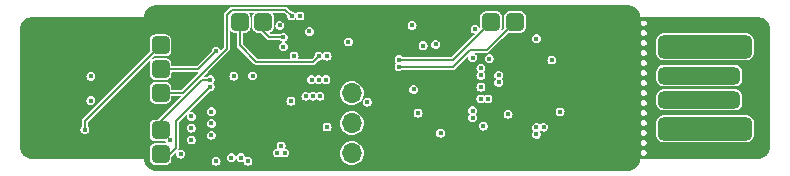
<source format=gbr>
%TF.GenerationSoftware,KiCad,Pcbnew,8.0.4*%
%TF.CreationDate,2024-09-02T22:56:13+02:00*%
%TF.ProjectId,elrs-sim,656c7273-2d73-4696-9d2e-6b696361645f,rev?*%
%TF.SameCoordinates,Original*%
%TF.FileFunction,Copper,L4,Bot*%
%TF.FilePolarity,Positive*%
%FSLAX46Y46*%
G04 Gerber Fmt 4.6, Leading zero omitted, Abs format (unit mm)*
G04 Created by KiCad (PCBNEW 8.0.4) date 2024-09-02 22:56:13*
%MOMM*%
%LPD*%
G01*
G04 APERTURE LIST*
G04 Aperture macros list*
%AMRoundRect*
0 Rectangle with rounded corners*
0 $1 Rounding radius*
0 $2 $3 $4 $5 $6 $7 $8 $9 X,Y pos of 4 corners*
0 Add a 4 corners polygon primitive as box body*
4,1,4,$2,$3,$4,$5,$6,$7,$8,$9,$2,$3,0*
0 Add four circle primitives for the rounded corners*
1,1,$1+$1,$2,$3*
1,1,$1+$1,$4,$5*
1,1,$1+$1,$6,$7*
1,1,$1+$1,$8,$9*
0 Add four rect primitives between the rounded corners*
20,1,$1+$1,$2,$3,$4,$5,0*
20,1,$1+$1,$4,$5,$6,$7,0*
20,1,$1+$1,$6,$7,$8,$9,0*
20,1,$1+$1,$8,$9,$2,$3,0*%
G04 Aperture macros list end*
%TA.AperFunction,ComponentPad*%
%ADD10R,1.700000X1.700000*%
%TD*%
%TA.AperFunction,ComponentPad*%
%ADD11O,1.700000X1.700000*%
%TD*%
%TA.AperFunction,ComponentPad*%
%ADD12RoundRect,0.500000X-3.500000X0.500000X-3.500000X-0.500000X3.500000X-0.500000X3.500000X0.500000X0*%
%TD*%
%TA.AperFunction,ComponentPad*%
%ADD13RoundRect,0.500000X-3.000000X0.250000X-3.000000X-0.250000X3.000000X-0.250000X3.000000X0.250000X0*%
%TD*%
%TA.AperFunction,SMDPad,CuDef*%
%ADD14RoundRect,0.387500X-0.387500X0.387500X-0.387500X-0.387500X0.387500X-0.387500X0.387500X0.387500X0*%
%TD*%
%TA.AperFunction,ViaPad*%
%ADD15C,0.450000*%
%TD*%
%TA.AperFunction,Conductor*%
%ADD16C,0.200000*%
%TD*%
G04 APERTURE END LIST*
D10*
%TO.P,J2,1,Pin_1*%
%TO.N,GND*%
X139100000Y-106900000D03*
D11*
%TO.P,J2,2,Pin_2*%
%TO.N,USB_VBUS*%
X139100000Y-109440000D03*
%TO.P,J2,3,Pin_3*%
%TO.N,RP2040_RX*%
X139100000Y-111980000D03*
%TO.P,J2,4,Pin_4*%
%TO.N,RP2040_TX*%
X139100000Y-114520000D03*
%TD*%
D12*
%TO.P,J3,1,Pin_1*%
%TO.N,unconnected-(J3-Pin_1-Pad1)*%
X169000000Y-105500000D03*
D13*
%TO.P,J3,2,Pin_2*%
%TO.N,unconnected-(J3-Pin_2-Pad2)*%
X168500000Y-107950000D03*
%TO.P,J3,3,Pin_3*%
%TO.N,unconnected-(J3-Pin_3-Pad3)*%
X168500000Y-110000000D03*
D12*
%TO.P,J3,4,Pin_4*%
%TO.N,unconnected-(J3-Pin_4-Pad4)*%
X169000000Y-112450000D03*
%TD*%
D14*
%TO.P,J7,1,Pin_1*%
%TO.N,RP2040_RX*%
X129600000Y-103400000D03*
%TD*%
%TO.P,J4,1,Pin_1*%
%TO.N,USB_VBUS*%
X122900000Y-105400000D03*
%TD*%
%TO.P,J8,1,Pin_1*%
%TO.N,RP2040_TX*%
X131600000Y-103400000D03*
%TD*%
%TO.P,J11,1,Pin_1*%
%TO.N,GND*%
X122900000Y-103400000D03*
%TD*%
%TO.P,J14,1,Pin_1*%
%TO.N,USB_DN*%
X122900000Y-114600000D03*
%TD*%
%TO.P,J12,1,Pin_1*%
%TO.N,+3.3V*%
X122900000Y-107400000D03*
%TD*%
%TO.P,J6,1,Pin_1*%
%TO.N,+3.3V_SW*%
X122900000Y-109400000D03*
%TD*%
%TO.P,J10,1,Pin_1*%
%TO.N,ESP_TX*%
X152900000Y-103400000D03*
%TD*%
%TO.P,J9,1,Pin_1*%
%TO.N,ESP_RX*%
X150900000Y-103400000D03*
%TD*%
%TO.P,J13,1,Pin_1*%
%TO.N,USB_DP*%
X122900000Y-112600000D03*
%TD*%
D15*
%TO.N,+3.3V*%
X140400000Y-110200000D03*
%TO.N,GND*%
X146825000Y-108625000D03*
X129700000Y-110500000D03*
X135000000Y-111500000D03*
X154325000Y-109325000D03*
%TO.N,+3.3V*%
X127600000Y-115200000D03*
X130300000Y-115200000D03*
X130700000Y-107975000D03*
X134700000Y-102900000D03*
X137000000Y-112300000D03*
X127600000Y-105900000D03*
X123700000Y-113400000D03*
X133935903Y-110110460D03*
%TO.N,IRS*%
X156025000Y-106625000D03*
X152325000Y-111225000D03*
%TO.N,BUSY*%
X150725000Y-106525000D03*
X145125000Y-105425000D03*
%TO.N,NRST*%
X150025000Y-107925000D03*
X154725000Y-104825000D03*
%TO.N,ESP_SCK*%
X154725000Y-112925003D03*
X149325000Y-110925000D03*
%TO.N,ESP_MOSI*%
X155325000Y-112325000D03*
X150025000Y-108925000D03*
%TO.N,ESP_MISO*%
X154725000Y-112325000D03*
X150025000Y-109925000D03*
%TO.N,DIO_1*%
X149325000Y-106425000D03*
X151525000Y-108525000D03*
%TO.N,NSS*%
X156725000Y-111025000D03*
X151525000Y-107925000D03*
%TO.N,ESP_LED*%
X144200000Y-103700000D03*
X149325000Y-111525000D03*
%TO.N,ESP_RX*%
X143100000Y-106600000D03*
X133000000Y-103700000D03*
%TO.N,ESP_TX*%
X143100000Y-107200000D03*
X137000000Y-106300000D03*
%TO.N,ESP_BOOT*%
X146200000Y-105300000D03*
X150025000Y-107325000D03*
%TO.N,USB_DN*%
X117000000Y-110075000D03*
X127100000Y-108900000D03*
%TO.N,USB_DP*%
X127100000Y-108300000D03*
X117000000Y-108025000D03*
%TO.N,USB_VBUS*%
X116500000Y-112525000D03*
X135500000Y-104200000D03*
X124600000Y-114600000D03*
%TO.N,RP2040_RX*%
X136300000Y-106300000D03*
%TO.N,RP2040_TX*%
X133300000Y-104700000D03*
X133400003Y-114500000D03*
%TO.N,SW_EN*%
X134200000Y-106300000D03*
X138800000Y-105100000D03*
%TO.N,RP2040_LED*%
X129100000Y-108000000D03*
X133300000Y-105500000D03*
%TO.N,QSPI_SS*%
X125500000Y-113400000D03*
X136900247Y-108300000D03*
%TO.N,QSPI_SD2*%
X125500000Y-112400000D03*
X135700241Y-108300000D03*
%TO.N,QSPI_SD3*%
X127200000Y-111000000D03*
X136400003Y-109700000D03*
%TO.N,QSPI_SD1*%
X136300244Y-108300000D03*
X127200000Y-113000000D03*
%TO.N,QSPI_SD0*%
X135200000Y-109700000D03*
X127200000Y-112000000D03*
%TO.N,QSPI_SCLK*%
X135800000Y-109700000D03*
X125499381Y-111400341D03*
%TO.N,+3.3V_SW*%
X146625000Y-112825000D03*
X150225000Y-112225000D03*
X149525000Y-104025000D03*
X144325000Y-109125000D03*
X134000000Y-102900000D03*
X150625003Y-109925000D03*
%TO.N,Net-(U1-GPIO5)*%
X133100000Y-113900000D03*
X129700000Y-114900000D03*
%TO.N,Net-(U1-GPIO4)*%
X132800000Y-114500000D03*
X128900000Y-114900000D03*
%TO.N,+3.3V_SW*%
X144700000Y-111125000D03*
%TD*%
D16*
%TO.N,+3.3V*%
X122900000Y-107400000D02*
X126100000Y-107400000D01*
X126100000Y-107400000D02*
X127600000Y-105900000D01*
%TO.N,ESP_RX*%
X147700000Y-106600000D02*
X143100000Y-106600000D01*
X150900000Y-103400000D02*
X147700000Y-106600000D01*
%TO.N,ESP_TX*%
X149100000Y-105800000D02*
X147700000Y-107200000D01*
X147700000Y-107200000D02*
X143100000Y-107200000D01*
X152900000Y-103400000D02*
X150500000Y-105800000D01*
X150500000Y-105800000D02*
X149100000Y-105800000D01*
%TO.N,USB_DN*%
X124175000Y-114100000D02*
X124175000Y-111825000D01*
X124175000Y-111825000D02*
X127100000Y-108900000D01*
X122900000Y-114600000D02*
X123675000Y-114600000D01*
X123675000Y-114600000D02*
X124175000Y-114100000D01*
%TO.N,USB_DP*%
X122900000Y-111825000D02*
X126425000Y-108300000D01*
X126425000Y-108300000D02*
X127100000Y-108300000D01*
X122900000Y-112600000D02*
X122900000Y-111825000D01*
%TO.N,USB_VBUS*%
X116500000Y-111800000D02*
X116500000Y-112525000D01*
X122900000Y-105400000D02*
X116500000Y-111800000D01*
%TO.N,RP2040_RX*%
X130975000Y-106775000D02*
X135825000Y-106775000D01*
X129600000Y-105400000D02*
X130975000Y-106775000D01*
X135825000Y-106775000D02*
X136300000Y-106300000D01*
X129600000Y-103400000D02*
X129600000Y-105400000D01*
%TO.N,RP2040_TX*%
X131600000Y-103400000D02*
X131600000Y-104200000D01*
X132100000Y-104700000D02*
X133300000Y-104700000D01*
X131600000Y-104200000D02*
X132100000Y-104700000D01*
%TO.N,+3.3V_SW*%
X128500000Y-102823438D02*
X128948438Y-102375000D01*
X128948438Y-102375000D02*
X133475000Y-102375000D01*
X133475000Y-102375000D02*
X134000000Y-102900000D01*
X124771752Y-109400000D02*
X128500000Y-105671752D01*
X128500000Y-105671752D02*
X128500000Y-102823438D01*
X122900000Y-109400000D02*
X124771752Y-109400000D01*
%TD*%
%TA.AperFunction,Conductor*%
%TO.N,GND*%
G36*
X162500612Y-102000015D02*
G01*
X162594042Y-102002303D01*
X162602388Y-102003229D01*
X162786257Y-102039803D01*
X162795436Y-102042586D01*
X162968082Y-102114099D01*
X162976547Y-102118624D01*
X162985341Y-102124500D01*
X163131916Y-102222438D01*
X163139341Y-102228532D01*
X163271467Y-102360658D01*
X163277561Y-102368083D01*
X163378947Y-102519819D01*
X163381373Y-102523449D01*
X163385901Y-102531920D01*
X163454891Y-102698476D01*
X163457410Y-102704556D01*
X163460198Y-102713749D01*
X163496769Y-102897605D01*
X163497696Y-102905964D01*
X163500000Y-103000000D01*
X173499412Y-103000000D01*
X173500612Y-103000015D01*
X173594042Y-103002303D01*
X173602388Y-103003229D01*
X173786257Y-103039803D01*
X173795436Y-103042586D01*
X173968082Y-103114099D01*
X173976547Y-103118624D01*
X174131916Y-103222438D01*
X174139341Y-103228532D01*
X174271467Y-103360658D01*
X174277561Y-103368083D01*
X174381373Y-103523449D01*
X174385901Y-103531920D01*
X174393080Y-103549251D01*
X174456228Y-103701704D01*
X174457410Y-103704556D01*
X174460198Y-103713749D01*
X174496769Y-103897605D01*
X174497696Y-103905964D01*
X174499985Y-103999387D01*
X174500000Y-104000587D01*
X174500000Y-113999412D01*
X174499985Y-114000612D01*
X174497696Y-114094035D01*
X174496769Y-114102394D01*
X174460198Y-114286250D01*
X174457410Y-114295443D01*
X174385901Y-114468079D01*
X174381373Y-114476550D01*
X174277561Y-114631916D01*
X174271467Y-114639341D01*
X174139341Y-114771467D01*
X174131916Y-114777561D01*
X173976550Y-114881373D01*
X173968079Y-114885901D01*
X173795443Y-114957410D01*
X173786250Y-114960198D01*
X173602394Y-114996769D01*
X173594035Y-114997696D01*
X173500612Y-114999985D01*
X173499412Y-115000000D01*
X163500000Y-115000000D01*
X163497696Y-115094035D01*
X163496769Y-115102394D01*
X163460198Y-115286250D01*
X163457410Y-115295443D01*
X163385901Y-115468079D01*
X163381373Y-115476550D01*
X163277561Y-115631916D01*
X163271467Y-115639341D01*
X163139341Y-115771467D01*
X163131916Y-115777561D01*
X162976550Y-115881373D01*
X162968079Y-115885901D01*
X162795443Y-115957410D01*
X162786250Y-115960198D01*
X162602394Y-115996769D01*
X162594035Y-115997696D01*
X162500612Y-115999985D01*
X162499412Y-116000000D01*
X122500588Y-116000000D01*
X122499388Y-115999985D01*
X122405964Y-115997696D01*
X122397605Y-115996769D01*
X122213749Y-115960198D01*
X122204556Y-115957410D01*
X122031920Y-115885901D01*
X122023449Y-115881373D01*
X121868083Y-115777561D01*
X121860658Y-115771467D01*
X121728532Y-115639341D01*
X121722438Y-115631916D01*
X121618624Y-115476547D01*
X121614098Y-115468079D01*
X121611108Y-115460860D01*
X121542586Y-115295436D01*
X121539803Y-115286257D01*
X121503229Y-115102388D01*
X121502303Y-115094042D01*
X121500000Y-115000000D01*
X112000588Y-115000000D01*
X111999388Y-114999985D01*
X111905964Y-114997696D01*
X111897605Y-114996769D01*
X111713749Y-114960198D01*
X111704556Y-114957410D01*
X111531920Y-114885901D01*
X111523449Y-114881373D01*
X111368083Y-114777561D01*
X111360658Y-114771467D01*
X111228532Y-114639341D01*
X111222438Y-114631916D01*
X111212795Y-114617484D01*
X111118624Y-114476547D01*
X111114098Y-114468079D01*
X111106920Y-114450750D01*
X111042586Y-114295436D01*
X111039803Y-114286257D01*
X111003229Y-114102388D01*
X111002303Y-114094042D01*
X111000015Y-114000612D01*
X111000000Y-113999412D01*
X111000000Y-112525000D01*
X116119819Y-112525000D01*
X116138426Y-112642482D01*
X116138426Y-112642483D01*
X116138427Y-112642484D01*
X116192422Y-112748458D01*
X116192427Y-112748465D01*
X116276534Y-112832572D01*
X116276541Y-112832577D01*
X116324344Y-112856933D01*
X116382518Y-112886574D01*
X116500000Y-112905181D01*
X116617482Y-112886574D01*
X116690988Y-112849120D01*
X116723458Y-112832577D01*
X116723460Y-112832575D01*
X116723465Y-112832573D01*
X116807573Y-112748465D01*
X116861574Y-112642482D01*
X116880181Y-112525000D01*
X116861574Y-112407518D01*
X116839771Y-112364727D01*
X116807577Y-112301541D01*
X116807572Y-112301534D01*
X116764852Y-112258814D01*
X116750500Y-112224166D01*
X116750500Y-111924055D01*
X116764851Y-111889408D01*
X121957843Y-106696415D01*
X121992490Y-106682064D01*
X122027138Y-106696416D01*
X122041490Y-106731064D01*
X122038074Y-106749040D01*
X121984881Y-106883927D01*
X121974500Y-106970378D01*
X121974500Y-107829621D01*
X121984881Y-107916072D01*
X121984883Y-107916077D01*
X122031510Y-108034316D01*
X122039139Y-108053660D01*
X122075349Y-108101410D01*
X122128500Y-108171500D01*
X122246342Y-108260862D01*
X122383923Y-108315117D01*
X122383926Y-108315117D01*
X122383928Y-108315118D01*
X122383927Y-108315118D01*
X122470379Y-108325500D01*
X122470382Y-108325500D01*
X123329621Y-108325500D01*
X123416072Y-108315118D01*
X123416073Y-108315117D01*
X123416077Y-108315117D01*
X123553658Y-108260862D01*
X123671500Y-108171500D01*
X123760862Y-108053658D01*
X123815117Y-107916077D01*
X123816146Y-107907515D01*
X123825500Y-107829621D01*
X123825500Y-107699500D01*
X123839852Y-107664852D01*
X123874500Y-107650500D01*
X126048694Y-107650500D01*
X126083342Y-107664852D01*
X126097694Y-107699500D01*
X126083342Y-107734148D01*
X124682343Y-109135148D01*
X124647695Y-109149500D01*
X123874500Y-109149500D01*
X123839852Y-109135148D01*
X123825500Y-109100500D01*
X123825500Y-108970378D01*
X123815118Y-108883927D01*
X123815117Y-108883925D01*
X123815117Y-108883923D01*
X123760862Y-108746342D01*
X123671500Y-108628500D01*
X123588663Y-108565683D01*
X123553660Y-108539139D01*
X123553658Y-108539138D01*
X123416077Y-108484883D01*
X123416075Y-108484882D01*
X123416071Y-108484881D01*
X123416072Y-108484881D01*
X123329621Y-108474500D01*
X123329618Y-108474500D01*
X122470382Y-108474500D01*
X122470379Y-108474500D01*
X122383927Y-108484881D01*
X122246339Y-108539139D01*
X122128500Y-108628500D01*
X122039139Y-108746339D01*
X121984881Y-108883927D01*
X121974500Y-108970378D01*
X121974500Y-109829621D01*
X121984881Y-109916072D01*
X121984883Y-109916077D01*
X122020964Y-110007573D01*
X122039139Y-110053660D01*
X122055322Y-110075000D01*
X122128500Y-110171500D01*
X122246342Y-110260862D01*
X122383923Y-110315117D01*
X122383926Y-110315117D01*
X122383928Y-110315118D01*
X122383927Y-110315118D01*
X122470379Y-110325500D01*
X122470382Y-110325500D01*
X123329621Y-110325500D01*
X123416072Y-110315118D01*
X123416073Y-110315117D01*
X123416077Y-110315117D01*
X123553658Y-110260862D01*
X123671500Y-110171500D01*
X123760862Y-110053658D01*
X123815117Y-109916077D01*
X123817958Y-109892427D01*
X123825500Y-109829621D01*
X123825500Y-109699500D01*
X123839852Y-109664852D01*
X123874500Y-109650500D01*
X124601944Y-109650500D01*
X124636592Y-109664852D01*
X124650944Y-109699500D01*
X124636592Y-109734147D01*
X123222280Y-111148458D01*
X122751211Y-111619527D01*
X122751210Y-111619527D01*
X122751211Y-111619528D01*
X122710590Y-111660148D01*
X122675944Y-111674500D01*
X122470379Y-111674500D01*
X122383927Y-111684881D01*
X122246339Y-111739139D01*
X122128500Y-111828500D01*
X122039139Y-111946339D01*
X121984881Y-112083927D01*
X121974500Y-112170378D01*
X121974500Y-113029621D01*
X121984881Y-113116072D01*
X121984883Y-113116077D01*
X122027231Y-113223465D01*
X122039139Y-113253660D01*
X122064101Y-113286577D01*
X122128500Y-113371500D01*
X122246342Y-113460862D01*
X122383923Y-113515117D01*
X122383926Y-113515117D01*
X122383928Y-113515118D01*
X122383927Y-113515118D01*
X122470379Y-113525500D01*
X123312484Y-113525500D01*
X123347132Y-113539852D01*
X123356142Y-113552253D01*
X123380725Y-113600499D01*
X123382515Y-113604011D01*
X123385458Y-113641398D01*
X123361102Y-113669916D01*
X123333018Y-113674908D01*
X123329618Y-113674500D01*
X122470382Y-113674500D01*
X122470379Y-113674500D01*
X122383927Y-113684881D01*
X122246339Y-113739139D01*
X122128500Y-113828500D01*
X122039139Y-113946339D01*
X121984881Y-114083927D01*
X121974500Y-114170378D01*
X121974500Y-115029621D01*
X121984881Y-115116072D01*
X121984883Y-115116077D01*
X122020964Y-115207573D01*
X122039139Y-115253660D01*
X122059250Y-115280180D01*
X122128500Y-115371500D01*
X122246342Y-115460862D01*
X122383923Y-115515117D01*
X122383926Y-115515117D01*
X122383928Y-115515118D01*
X122383927Y-115515118D01*
X122470379Y-115525500D01*
X122470382Y-115525500D01*
X123329621Y-115525500D01*
X123416072Y-115515118D01*
X123416073Y-115515117D01*
X123416077Y-115515117D01*
X123553658Y-115460862D01*
X123671500Y-115371500D01*
X123760862Y-115253658D01*
X123782022Y-115200000D01*
X127219819Y-115200000D01*
X127238426Y-115317482D01*
X127238426Y-115317483D01*
X127238427Y-115317484D01*
X127292422Y-115423458D01*
X127292427Y-115423465D01*
X127376534Y-115507572D01*
X127376541Y-115507577D01*
X127447190Y-115543573D01*
X127482518Y-115561574D01*
X127600000Y-115580181D01*
X127717482Y-115561574D01*
X127790988Y-115524120D01*
X127823458Y-115507577D01*
X127823460Y-115507575D01*
X127823465Y-115507573D01*
X127907573Y-115423465D01*
X127961574Y-115317482D01*
X127980181Y-115200000D01*
X127961574Y-115082518D01*
X127922759Y-115006339D01*
X127907577Y-114976541D01*
X127907572Y-114976534D01*
X127831038Y-114900000D01*
X128519819Y-114900000D01*
X128538426Y-115017482D01*
X128538426Y-115017483D01*
X128538427Y-115017484D01*
X128592422Y-115123458D01*
X128592427Y-115123465D01*
X128676534Y-115207572D01*
X128676541Y-115207577D01*
X128722283Y-115230883D01*
X128782518Y-115261574D01*
X128900000Y-115280181D01*
X129017482Y-115261574D01*
X129090988Y-115224120D01*
X129123458Y-115207577D01*
X129123460Y-115207575D01*
X129123465Y-115207573D01*
X129207573Y-115123465D01*
X129211338Y-115116077D01*
X129256341Y-115027753D01*
X129284858Y-115003396D01*
X129322245Y-115006339D01*
X129343659Y-115027753D01*
X129392422Y-115123458D01*
X129392427Y-115123465D01*
X129476534Y-115207572D01*
X129476541Y-115207577D01*
X129522283Y-115230883D01*
X129582518Y-115261574D01*
X129700000Y-115280181D01*
X129817482Y-115261574D01*
X129861111Y-115239343D01*
X129898494Y-115236401D01*
X129927013Y-115260756D01*
X129931750Y-115275336D01*
X129938426Y-115317482D01*
X129938426Y-115317483D01*
X129938427Y-115317485D01*
X129992422Y-115423458D01*
X129992427Y-115423465D01*
X130076534Y-115507572D01*
X130076541Y-115507577D01*
X130147190Y-115543573D01*
X130182518Y-115561574D01*
X130300000Y-115580181D01*
X130417482Y-115561574D01*
X130490988Y-115524120D01*
X130523458Y-115507577D01*
X130523460Y-115507575D01*
X130523465Y-115507573D01*
X130607573Y-115423465D01*
X130661574Y-115317482D01*
X130680181Y-115200000D01*
X130661574Y-115082518D01*
X130622759Y-115006339D01*
X130607577Y-114976541D01*
X130607572Y-114976534D01*
X130523465Y-114892427D01*
X130523458Y-114892422D01*
X130417484Y-114838427D01*
X130417483Y-114838426D01*
X130417482Y-114838426D01*
X130300000Y-114819819D01*
X130182517Y-114838426D01*
X130138890Y-114860655D01*
X130101502Y-114863596D01*
X130072985Y-114839240D01*
X130068248Y-114824659D01*
X130067481Y-114819819D01*
X130061574Y-114782518D01*
X130045684Y-114751332D01*
X130007577Y-114676541D01*
X130007572Y-114676534D01*
X129923465Y-114592427D01*
X129923458Y-114592422D01*
X129817484Y-114538427D01*
X129817483Y-114538426D01*
X129817482Y-114538426D01*
X129700000Y-114519819D01*
X129582518Y-114538426D01*
X129582516Y-114538426D01*
X129582515Y-114538427D01*
X129476541Y-114592422D01*
X129476534Y-114592427D01*
X129392427Y-114676534D01*
X129392422Y-114676541D01*
X129343659Y-114772246D01*
X129315142Y-114796603D01*
X129277755Y-114793660D01*
X129256341Y-114772246D01*
X129207577Y-114676541D01*
X129207572Y-114676534D01*
X129123465Y-114592427D01*
X129123458Y-114592422D01*
X129017484Y-114538427D01*
X129017483Y-114538426D01*
X129017482Y-114538426D01*
X128900000Y-114519819D01*
X128782518Y-114538426D01*
X128782516Y-114538426D01*
X128782515Y-114538427D01*
X128676541Y-114592422D01*
X128676534Y-114592427D01*
X128592427Y-114676534D01*
X128592422Y-114676541D01*
X128538427Y-114782515D01*
X128538426Y-114782516D01*
X128538426Y-114782518D01*
X128519819Y-114900000D01*
X127831038Y-114900000D01*
X127823465Y-114892427D01*
X127823458Y-114892422D01*
X127717484Y-114838427D01*
X127717483Y-114838426D01*
X127717482Y-114838426D01*
X127600000Y-114819819D01*
X127482518Y-114838426D01*
X127482516Y-114838426D01*
X127482515Y-114838427D01*
X127376541Y-114892422D01*
X127376534Y-114892427D01*
X127292427Y-114976534D01*
X127292422Y-114976541D01*
X127238427Y-115082515D01*
X127238426Y-115082516D01*
X127238426Y-115082518D01*
X127219819Y-115200000D01*
X123782022Y-115200000D01*
X123815117Y-115116077D01*
X123816761Y-115102394D01*
X123825500Y-115029621D01*
X123825500Y-114824055D01*
X123839851Y-114789408D01*
X124149046Y-114480213D01*
X124183692Y-114465862D01*
X124218340Y-114480214D01*
X124232692Y-114514862D01*
X124232089Y-114522527D01*
X124227856Y-114549253D01*
X124219819Y-114600000D01*
X124238426Y-114717482D01*
X124238426Y-114717483D01*
X124238427Y-114717484D01*
X124292422Y-114823458D01*
X124292427Y-114823465D01*
X124376534Y-114907572D01*
X124376541Y-114907577D01*
X124447190Y-114943573D01*
X124482518Y-114961574D01*
X124600000Y-114980181D01*
X124717482Y-114961574D01*
X124790988Y-114924120D01*
X124823458Y-114907577D01*
X124823460Y-114907575D01*
X124823465Y-114907573D01*
X124907573Y-114823465D01*
X124915669Y-114807577D01*
X124924926Y-114789407D01*
X124961574Y-114717482D01*
X124980181Y-114600000D01*
X124964343Y-114500000D01*
X132419819Y-114500000D01*
X132438426Y-114617482D01*
X132438426Y-114617483D01*
X132438427Y-114617484D01*
X132492422Y-114723458D01*
X132492427Y-114723465D01*
X132576534Y-114807572D01*
X132576541Y-114807577D01*
X132637087Y-114838426D01*
X132682518Y-114861574D01*
X132800000Y-114880181D01*
X132917482Y-114861574D01*
X132999431Y-114819819D01*
X133023460Y-114807576D01*
X133023462Y-114807574D01*
X133023465Y-114807573D01*
X133065352Y-114765684D01*
X133100000Y-114751332D01*
X133134648Y-114765683D01*
X133176537Y-114807572D01*
X133176544Y-114807577D01*
X133237090Y-114838426D01*
X133282521Y-114861574D01*
X133400003Y-114880181D01*
X133517485Y-114861574D01*
X133599434Y-114819819D01*
X133623461Y-114807577D01*
X133623463Y-114807575D01*
X133623468Y-114807573D01*
X133707576Y-114723465D01*
X133710624Y-114717484D01*
X133731488Y-114676535D01*
X133761577Y-114617482D01*
X133777017Y-114519999D01*
X138094659Y-114519999D01*
X138094659Y-114520000D01*
X138113976Y-114716132D01*
X138113976Y-114716133D01*
X138171185Y-114904726D01*
X138264092Y-115078541D01*
X138264094Y-115078544D01*
X138330310Y-115159227D01*
X138389117Y-115230883D01*
X138456582Y-115286250D01*
X138541455Y-115355905D01*
X138541458Y-115355907D01*
X138541462Y-115355910D01*
X138715273Y-115448814D01*
X138903868Y-115506024D01*
X139100000Y-115525341D01*
X139296132Y-115506024D01*
X139484727Y-115448814D01*
X139658538Y-115355910D01*
X139810883Y-115230883D01*
X139935910Y-115078538D01*
X140028814Y-114904727D01*
X140086024Y-114716132D01*
X140105341Y-114520000D01*
X140098520Y-114450748D01*
X163552402Y-114450748D01*
X163552402Y-114450750D01*
X163552402Y-114549250D01*
X163552402Y-114549252D01*
X163552403Y-114549253D01*
X163590096Y-114640253D01*
X163590098Y-114640256D01*
X163659744Y-114709902D01*
X163659746Y-114709903D01*
X163659747Y-114709904D01*
X163750750Y-114747598D01*
X163849248Y-114747598D01*
X163849250Y-114747598D01*
X163940253Y-114709904D01*
X163940254Y-114709902D01*
X163940256Y-114709902D01*
X164009902Y-114640256D01*
X164009902Y-114640255D01*
X164009904Y-114640253D01*
X164047598Y-114549250D01*
X164050000Y-114500000D01*
X164047598Y-114450750D01*
X164009904Y-114359747D01*
X164009902Y-114359745D01*
X164009902Y-114359744D01*
X163940256Y-114290098D01*
X163940253Y-114290096D01*
X163849253Y-114252403D01*
X163849251Y-114252402D01*
X163849250Y-114252402D01*
X163849248Y-114252402D01*
X163750752Y-114252402D01*
X163750750Y-114252402D01*
X163750748Y-114252402D01*
X163750746Y-114252403D01*
X163659746Y-114290096D01*
X163590096Y-114359746D01*
X163552403Y-114450746D01*
X163552402Y-114450748D01*
X140098520Y-114450748D01*
X140086024Y-114323868D01*
X140028814Y-114135273D01*
X139935910Y-113961462D01*
X139935907Y-113961458D01*
X139935905Y-113961455D01*
X139855710Y-113863739D01*
X139810883Y-113809117D01*
X139739227Y-113750310D01*
X139658544Y-113684094D01*
X139658541Y-113684092D01*
X139658539Y-113684091D01*
X139658538Y-113684090D01*
X139509797Y-113604586D01*
X139509793Y-113604584D01*
X163552402Y-113604584D01*
X163552402Y-113604586D01*
X163552402Y-113703086D01*
X163552402Y-113703088D01*
X163552403Y-113703089D01*
X163590096Y-113794089D01*
X163590098Y-113794092D01*
X163659744Y-113863738D01*
X163659746Y-113863739D01*
X163659747Y-113863740D01*
X163750750Y-113901434D01*
X163849248Y-113901434D01*
X163849250Y-113901434D01*
X163940253Y-113863740D01*
X163940254Y-113863738D01*
X163940256Y-113863738D01*
X164009902Y-113794092D01*
X164009902Y-113794091D01*
X164009904Y-113794089D01*
X164047598Y-113703086D01*
X164050000Y-113653836D01*
X164047598Y-113604586D01*
X164009904Y-113513583D01*
X164009902Y-113513581D01*
X164009902Y-113513580D01*
X163940256Y-113443934D01*
X163940253Y-113443932D01*
X163849253Y-113406239D01*
X163849251Y-113406238D01*
X163849250Y-113406238D01*
X163849248Y-113406238D01*
X163750752Y-113406238D01*
X163750750Y-113406238D01*
X163750748Y-113406238D01*
X163750746Y-113406239D01*
X163659746Y-113443932D01*
X163590096Y-113513582D01*
X163552403Y-113604582D01*
X163552402Y-113604584D01*
X139509793Y-113604584D01*
X139484726Y-113591185D01*
X139296132Y-113533976D01*
X139100000Y-113514659D01*
X138903867Y-113533976D01*
X138903866Y-113533976D01*
X138715273Y-113591185D01*
X138541458Y-113684092D01*
X138541455Y-113684094D01*
X138389117Y-113809117D01*
X138264094Y-113961455D01*
X138264092Y-113961458D01*
X138171185Y-114135273D01*
X138113976Y-114323866D01*
X138113976Y-114323867D01*
X138094659Y-114519999D01*
X133777017Y-114519999D01*
X133780184Y-114500000D01*
X133761577Y-114382518D01*
X133743576Y-114347190D01*
X133707580Y-114276541D01*
X133707575Y-114276534D01*
X133623468Y-114192427D01*
X133623461Y-114192422D01*
X133517488Y-114138427D01*
X133517486Y-114138426D01*
X133517485Y-114138426D01*
X133475336Y-114131750D01*
X133443362Y-114112155D01*
X133434607Y-114075688D01*
X133439345Y-114061108D01*
X133444919Y-114050169D01*
X133461574Y-114017482D01*
X133480181Y-113900000D01*
X133461574Y-113782518D01*
X133439471Y-113739138D01*
X133407577Y-113676541D01*
X133407572Y-113676534D01*
X133323465Y-113592427D01*
X133323458Y-113592422D01*
X133217484Y-113538427D01*
X133217483Y-113538426D01*
X133217482Y-113538426D01*
X133100000Y-113519819D01*
X132982518Y-113538426D01*
X132982516Y-113538426D01*
X132982515Y-113538427D01*
X132876541Y-113592422D01*
X132876534Y-113592427D01*
X132792427Y-113676534D01*
X132792422Y-113676541D01*
X132738427Y-113782515D01*
X132738426Y-113782516D01*
X132738426Y-113782518D01*
X132725562Y-113863738D01*
X132719819Y-113900000D01*
X132738426Y-114017483D01*
X132748274Y-114036811D01*
X132760655Y-114061109D01*
X132763598Y-114098496D01*
X132739242Y-114127013D01*
X132724662Y-114131751D01*
X132716739Y-114133005D01*
X132682518Y-114138426D01*
X132682516Y-114138426D01*
X132682514Y-114138427D01*
X132576541Y-114192422D01*
X132576534Y-114192427D01*
X132492427Y-114276534D01*
X132492422Y-114276541D01*
X132438427Y-114382515D01*
X132438426Y-114382516D01*
X132438426Y-114382518D01*
X132419819Y-114500000D01*
X124964343Y-114500000D01*
X124961574Y-114482518D01*
X124943573Y-114447190D01*
X124907577Y-114376541D01*
X124907572Y-114376534D01*
X124823465Y-114292427D01*
X124823458Y-114292422D01*
X124717484Y-114238427D01*
X124717483Y-114238426D01*
X124717482Y-114238426D01*
X124600000Y-114219819D01*
X124482518Y-114238426D01*
X124482516Y-114238426D01*
X124482515Y-114238427D01*
X124482072Y-114238653D01*
X124481738Y-114238679D01*
X124478849Y-114239618D01*
X124478623Y-114238924D01*
X124444684Y-114241592D01*
X124416169Y-114217234D01*
X124413230Y-114179846D01*
X124414554Y-114176253D01*
X124425501Y-114149828D01*
X124425501Y-114050172D01*
X124425501Y-114046229D01*
X124425500Y-114046215D01*
X124425500Y-113400000D01*
X125119819Y-113400000D01*
X125138426Y-113517482D01*
X125138426Y-113517483D01*
X125138427Y-113517484D01*
X125192422Y-113623458D01*
X125192427Y-113623465D01*
X125276534Y-113707572D01*
X125276541Y-113707577D01*
X125346745Y-113743347D01*
X125382518Y-113761574D01*
X125500000Y-113780181D01*
X125617482Y-113761574D01*
X125690988Y-113724120D01*
X125723458Y-113707577D01*
X125723460Y-113707575D01*
X125723465Y-113707573D01*
X125807573Y-113623465D01*
X125817193Y-113604586D01*
X125824120Y-113590988D01*
X125861574Y-113517482D01*
X125880181Y-113400000D01*
X125861574Y-113282518D01*
X125843573Y-113247190D01*
X125807577Y-113176541D01*
X125807572Y-113176534D01*
X125723465Y-113092427D01*
X125723458Y-113092422D01*
X125617484Y-113038427D01*
X125617483Y-113038426D01*
X125617482Y-113038426D01*
X125500000Y-113019819D01*
X125382518Y-113038426D01*
X125382516Y-113038426D01*
X125382515Y-113038427D01*
X125276541Y-113092422D01*
X125276534Y-113092427D01*
X125192427Y-113176534D01*
X125192422Y-113176541D01*
X125138427Y-113282515D01*
X125138426Y-113282516D01*
X125138426Y-113282518D01*
X125119819Y-113400000D01*
X124425500Y-113400000D01*
X124425500Y-113000000D01*
X126819819Y-113000000D01*
X126838426Y-113117482D01*
X126838426Y-113117483D01*
X126838427Y-113117484D01*
X126892422Y-113223458D01*
X126892427Y-113223465D01*
X126976534Y-113307572D01*
X126976541Y-113307577D01*
X127047190Y-113343573D01*
X127082518Y-113361574D01*
X127200000Y-113380181D01*
X127317482Y-113361574D01*
X127390988Y-113324120D01*
X127423458Y-113307577D01*
X127423460Y-113307575D01*
X127423465Y-113307573D01*
X127507573Y-113223465D01*
X127514231Y-113210399D01*
X127531485Y-113176535D01*
X127561574Y-113117482D01*
X127580181Y-113000000D01*
X127561574Y-112882518D01*
X127523444Y-112807683D01*
X127507577Y-112776541D01*
X127507572Y-112776534D01*
X127423465Y-112692427D01*
X127423458Y-112692422D01*
X127317484Y-112638427D01*
X127317483Y-112638426D01*
X127317482Y-112638426D01*
X127200000Y-112619819D01*
X127082518Y-112638426D01*
X127082516Y-112638426D01*
X127082515Y-112638427D01*
X126976541Y-112692422D01*
X126976534Y-112692427D01*
X126892427Y-112776534D01*
X126892422Y-112776541D01*
X126838427Y-112882515D01*
X126838426Y-112882516D01*
X126838426Y-112882518D01*
X126819819Y-113000000D01*
X124425500Y-113000000D01*
X124425500Y-112400000D01*
X125119819Y-112400000D01*
X125138426Y-112517482D01*
X125138426Y-112517483D01*
X125138427Y-112517484D01*
X125192422Y-112623458D01*
X125192427Y-112623465D01*
X125276534Y-112707572D01*
X125276541Y-112707577D01*
X125347190Y-112743573D01*
X125382518Y-112761574D01*
X125500000Y-112780181D01*
X125617482Y-112761574D01*
X125690988Y-112724120D01*
X125723458Y-112707577D01*
X125723460Y-112707575D01*
X125723465Y-112707573D01*
X125807573Y-112623465D01*
X125808099Y-112622434D01*
X125839866Y-112560086D01*
X125861574Y-112517482D01*
X125880181Y-112400000D01*
X125861574Y-112282518D01*
X125831485Y-112223465D01*
X125807577Y-112176541D01*
X125807572Y-112176534D01*
X125723465Y-112092427D01*
X125723458Y-112092422D01*
X125617484Y-112038427D01*
X125617483Y-112038426D01*
X125617482Y-112038426D01*
X125500000Y-112019819D01*
X125382518Y-112038426D01*
X125382516Y-112038426D01*
X125382515Y-112038427D01*
X125276541Y-112092422D01*
X125276534Y-112092427D01*
X125192427Y-112176534D01*
X125192422Y-112176541D01*
X125138427Y-112282515D01*
X125138426Y-112282516D01*
X125138426Y-112282518D01*
X125119819Y-112400000D01*
X124425500Y-112400000D01*
X124425500Y-112000000D01*
X126819819Y-112000000D01*
X126838426Y-112117482D01*
X126838426Y-112117483D01*
X126838427Y-112117484D01*
X126892422Y-112223458D01*
X126892427Y-112223465D01*
X126976534Y-112307572D01*
X126976541Y-112307577D01*
X127045048Y-112342482D01*
X127082518Y-112361574D01*
X127200000Y-112380181D01*
X127317482Y-112361574D01*
X127390988Y-112324120D01*
X127423458Y-112307577D01*
X127423460Y-112307575D01*
X127423465Y-112307573D01*
X127431038Y-112300000D01*
X136619819Y-112300000D01*
X136638426Y-112417482D01*
X136638426Y-112417483D01*
X136638427Y-112417484D01*
X136692422Y-112523458D01*
X136692427Y-112523465D01*
X136776534Y-112607572D01*
X136776541Y-112607577D01*
X136825598Y-112632572D01*
X136882518Y-112661574D01*
X137000000Y-112680181D01*
X137117482Y-112661574D01*
X137199431Y-112619819D01*
X137223458Y-112607577D01*
X137223460Y-112607575D01*
X137223465Y-112607573D01*
X137307573Y-112523465D01*
X137310621Y-112517484D01*
X137345787Y-112448465D01*
X137361574Y-112417482D01*
X137380181Y-112300000D01*
X137361574Y-112182518D01*
X137323360Y-112107518D01*
X137307577Y-112076541D01*
X137307572Y-112076534D01*
X137223465Y-111992427D01*
X137223458Y-111992422D01*
X137199076Y-111979999D01*
X138094659Y-111979999D01*
X138094659Y-111980000D01*
X138113976Y-112176132D01*
X138113976Y-112176133D01*
X138171185Y-112364726D01*
X138194058Y-112407518D01*
X138256033Y-112523465D01*
X138264092Y-112538541D01*
X138264094Y-112538544D01*
X138318782Y-112605180D01*
X138389117Y-112690883D01*
X138475251Y-112761572D01*
X138541455Y-112815905D01*
X138541458Y-112815907D01*
X138541462Y-112815910D01*
X138715273Y-112908814D01*
X138903868Y-112966024D01*
X139100000Y-112985341D01*
X139296132Y-112966024D01*
X139484727Y-112908814D01*
X139641532Y-112825000D01*
X146244819Y-112825000D01*
X146263426Y-112942482D01*
X146263426Y-112942483D01*
X146263427Y-112942484D01*
X146317422Y-113048458D01*
X146317427Y-113048465D01*
X146401534Y-113132572D01*
X146401541Y-113132577D01*
X146472190Y-113168573D01*
X146507518Y-113186574D01*
X146625000Y-113205181D01*
X146742482Y-113186574D01*
X146817283Y-113148461D01*
X146848458Y-113132577D01*
X146848460Y-113132575D01*
X146848465Y-113132573D01*
X146932573Y-113048465D01*
X146942175Y-113029621D01*
X146964736Y-112985341D01*
X146986574Y-112942482D01*
X147005181Y-112825000D01*
X146986574Y-112707518D01*
X146963979Y-112663172D01*
X146932577Y-112601541D01*
X146932572Y-112601534D01*
X146848465Y-112517427D01*
X146848458Y-112517422D01*
X146742484Y-112463427D01*
X146742483Y-112463426D01*
X146742482Y-112463426D01*
X146625000Y-112444819D01*
X146507518Y-112463426D01*
X146507516Y-112463426D01*
X146507515Y-112463427D01*
X146401541Y-112517422D01*
X146401534Y-112517427D01*
X146317427Y-112601534D01*
X146317422Y-112601541D01*
X146263427Y-112707515D01*
X146263426Y-112707516D01*
X146263426Y-112707518D01*
X146244819Y-112825000D01*
X139641532Y-112825000D01*
X139658538Y-112815910D01*
X139810883Y-112690883D01*
X139935910Y-112538538D01*
X140028814Y-112364727D01*
X140071200Y-112225000D01*
X149844819Y-112225000D01*
X149863426Y-112342482D01*
X149863426Y-112342483D01*
X149863427Y-112342484D01*
X149917422Y-112448458D01*
X149917427Y-112448465D01*
X150001534Y-112532572D01*
X150001541Y-112532577D01*
X150055530Y-112560085D01*
X150107518Y-112586574D01*
X150225000Y-112605181D01*
X150342482Y-112586574D01*
X150417289Y-112548458D01*
X150448458Y-112532577D01*
X150448460Y-112532575D01*
X150448465Y-112532573D01*
X150532573Y-112448465D01*
X150535621Y-112442484D01*
X150549120Y-112415988D01*
X150586574Y-112342482D01*
X150589343Y-112325000D01*
X154344819Y-112325000D01*
X154363426Y-112442482D01*
X154363426Y-112442483D01*
X154363427Y-112442484D01*
X154417422Y-112548458D01*
X154417427Y-112548465D01*
X154459315Y-112590353D01*
X154473667Y-112625001D01*
X154459316Y-112659648D01*
X154451538Y-112667427D01*
X154417425Y-112701540D01*
X154417422Y-112701544D01*
X154363427Y-112807518D01*
X154363426Y-112807519D01*
X154363426Y-112807521D01*
X154344819Y-112925003D01*
X154363426Y-113042485D01*
X154363426Y-113042486D01*
X154363427Y-113042487D01*
X154417422Y-113148461D01*
X154417427Y-113148468D01*
X154501534Y-113232575D01*
X154501541Y-113232580D01*
X154572190Y-113268576D01*
X154607518Y-113286577D01*
X154725000Y-113305184D01*
X154842482Y-113286577D01*
X154915988Y-113249123D01*
X154948458Y-113232580D01*
X154948460Y-113232578D01*
X154948465Y-113232576D01*
X155032573Y-113148468D01*
X155040673Y-113132572D01*
X155061130Y-113092422D01*
X155086574Y-113042485D01*
X155105181Y-112925003D01*
X155086574Y-112807521D01*
X155063162Y-112761572D01*
X155061562Y-112758431D01*
X163552402Y-112758431D01*
X163552402Y-112758433D01*
X163552402Y-112856933D01*
X163552402Y-112856935D01*
X163552403Y-112856936D01*
X163590096Y-112947936D01*
X163590098Y-112947939D01*
X163659744Y-113017585D01*
X163659746Y-113017586D01*
X163659747Y-113017587D01*
X163750750Y-113055281D01*
X163849248Y-113055281D01*
X163849250Y-113055281D01*
X163940253Y-113017587D01*
X163940254Y-113017585D01*
X163940256Y-113017585D01*
X164009902Y-112947939D01*
X164009902Y-112947938D01*
X164009904Y-112947936D01*
X164047598Y-112856933D01*
X164050000Y-112807683D01*
X164047598Y-112758433D01*
X164009904Y-112667430D01*
X164009902Y-112667428D01*
X164009902Y-112667427D01*
X163940256Y-112597781D01*
X163940253Y-112597779D01*
X163849253Y-112560086D01*
X163849251Y-112560085D01*
X163849250Y-112560085D01*
X163849248Y-112560085D01*
X163750752Y-112560085D01*
X163750750Y-112560085D01*
X163750748Y-112560085D01*
X163750746Y-112560086D01*
X163659746Y-112597779D01*
X163590096Y-112667429D01*
X163552403Y-112758429D01*
X163552402Y-112758431D01*
X155061562Y-112758431D01*
X155032577Y-112701544D01*
X155031192Y-112699638D01*
X155022433Y-112663172D01*
X155042025Y-112631193D01*
X155078491Y-112622434D01*
X155099639Y-112631195D01*
X155101540Y-112632577D01*
X155181545Y-112673340D01*
X155207518Y-112686574D01*
X155325000Y-112705181D01*
X155442482Y-112686574D01*
X155529014Y-112642484D01*
X155548458Y-112632577D01*
X155548460Y-112632575D01*
X155548465Y-112632573D01*
X155632573Y-112548465D01*
X155640669Y-112532577D01*
X155649120Y-112515988D01*
X155686574Y-112442482D01*
X155705181Y-112325000D01*
X155686574Y-112207518D01*
X155667650Y-112170378D01*
X155632577Y-112101541D01*
X155632572Y-112101534D01*
X155548465Y-112017427D01*
X155548458Y-112017422D01*
X155442484Y-111963427D01*
X155442483Y-111963426D01*
X155442482Y-111963426D01*
X155325000Y-111944819D01*
X155207518Y-111963426D01*
X155207516Y-111963426D01*
X155207515Y-111963427D01*
X155101541Y-112017422D01*
X155101534Y-112017427D01*
X155059648Y-112059314D01*
X155025000Y-112073666D01*
X154990352Y-112059314D01*
X154948465Y-112017427D01*
X154948458Y-112017422D01*
X154842484Y-111963427D01*
X154842483Y-111963426D01*
X154842482Y-111963426D01*
X154725000Y-111944819D01*
X154607518Y-111963426D01*
X154607516Y-111963426D01*
X154607515Y-111963427D01*
X154501541Y-112017422D01*
X154501534Y-112017427D01*
X154417427Y-112101534D01*
X154417422Y-112101541D01*
X154363427Y-112207515D01*
X154363426Y-112207516D01*
X154363426Y-112207518D01*
X154344819Y-112325000D01*
X150589343Y-112325000D01*
X150605181Y-112225000D01*
X150586574Y-112107518D01*
X150562013Y-112059314D01*
X150532577Y-112001541D01*
X150532572Y-112001534D01*
X150448465Y-111917427D01*
X150448458Y-111917422D01*
X150438362Y-111912278D01*
X163552402Y-111912278D01*
X163552402Y-111912280D01*
X163552402Y-112010780D01*
X163552402Y-112010782D01*
X163552403Y-112010783D01*
X163590096Y-112101783D01*
X163590098Y-112101786D01*
X163659744Y-112171432D01*
X163659746Y-112171433D01*
X163659747Y-112171434D01*
X163750750Y-112209128D01*
X163849248Y-112209128D01*
X163849250Y-112209128D01*
X163940253Y-112171434D01*
X163940254Y-112171432D01*
X163940256Y-112171432D01*
X164009902Y-112101786D01*
X164009902Y-112101785D01*
X164009904Y-112101783D01*
X164047598Y-112010780D01*
X164050000Y-111961530D01*
X164047598Y-111912280D01*
X164036010Y-111884303D01*
X164849500Y-111884303D01*
X164849500Y-113015696D01*
X164852401Y-113052567D01*
X164852401Y-113052569D01*
X164898256Y-113210399D01*
X164943308Y-113286577D01*
X164981919Y-113351865D01*
X165098135Y-113468081D01*
X165239600Y-113551743D01*
X165239601Y-113551743D01*
X165239602Y-113551744D01*
X165397431Y-113597598D01*
X165434306Y-113600500D01*
X165434317Y-113600500D01*
X172565683Y-113600500D01*
X172565694Y-113600500D01*
X172602569Y-113597598D01*
X172760398Y-113551744D01*
X172901865Y-113468081D01*
X173018081Y-113351865D01*
X173101744Y-113210398D01*
X173147598Y-113052569D01*
X173150500Y-113015694D01*
X173150500Y-111884306D01*
X173147598Y-111847431D01*
X173143282Y-111832577D01*
X173116136Y-111739139D01*
X173101744Y-111689602D01*
X173097899Y-111683101D01*
X173018082Y-111548137D01*
X173018081Y-111548135D01*
X172901865Y-111431919D01*
X172884176Y-111421458D01*
X172760398Y-111348256D01*
X172760400Y-111348256D01*
X172602568Y-111302401D01*
X172565696Y-111299500D01*
X172565694Y-111299500D01*
X165434306Y-111299500D01*
X165434303Y-111299500D01*
X165397432Y-111302401D01*
X165397430Y-111302401D01*
X165239600Y-111348256D01*
X165098137Y-111431917D01*
X165098132Y-111431921D01*
X164981921Y-111548132D01*
X164981917Y-111548137D01*
X164898256Y-111689600D01*
X164852401Y-111847430D01*
X164852401Y-111847432D01*
X164849500Y-111884303D01*
X164036010Y-111884303D01*
X164009904Y-111821277D01*
X164009902Y-111821275D01*
X164009902Y-111821274D01*
X163940256Y-111751628D01*
X163940253Y-111751626D01*
X163849253Y-111713933D01*
X163849251Y-111713932D01*
X163849250Y-111713932D01*
X163849248Y-111713932D01*
X163750752Y-111713932D01*
X163750750Y-111713932D01*
X163750748Y-111713932D01*
X163750746Y-111713933D01*
X163659746Y-111751626D01*
X163590096Y-111821276D01*
X163552403Y-111912276D01*
X163552402Y-111912278D01*
X150438362Y-111912278D01*
X150342484Y-111863427D01*
X150342483Y-111863426D01*
X150342482Y-111863426D01*
X150225000Y-111844819D01*
X150107518Y-111863426D01*
X150107516Y-111863426D01*
X150107515Y-111863427D01*
X150001541Y-111917422D01*
X150001534Y-111917427D01*
X149917427Y-112001534D01*
X149917422Y-112001541D01*
X149863427Y-112107515D01*
X149863426Y-112107516D01*
X149863426Y-112107518D01*
X149844819Y-112225000D01*
X140071200Y-112225000D01*
X140086024Y-112176132D01*
X140105341Y-111980000D01*
X140086024Y-111783868D01*
X140028814Y-111595273D01*
X139935910Y-111421462D01*
X139935907Y-111421458D01*
X139935905Y-111421455D01*
X139879646Y-111352904D01*
X139810883Y-111269117D01*
X139714908Y-111190352D01*
X139658544Y-111144094D01*
X139658541Y-111144092D01*
X139658539Y-111144091D01*
X139658538Y-111144090D01*
X139622823Y-111125000D01*
X144319819Y-111125000D01*
X144338426Y-111242482D01*
X144338426Y-111242483D01*
X144338427Y-111242484D01*
X144392422Y-111348458D01*
X144392427Y-111348465D01*
X144476534Y-111432572D01*
X144476541Y-111432577D01*
X144547190Y-111468573D01*
X144582518Y-111486574D01*
X144700000Y-111505181D01*
X144817482Y-111486574D01*
X144892289Y-111448458D01*
X144923458Y-111432577D01*
X144923460Y-111432575D01*
X144923465Y-111432573D01*
X145007573Y-111348465D01*
X145007680Y-111348256D01*
X145028406Y-111307577D01*
X145061574Y-111242482D01*
X145080181Y-111125000D01*
X145061574Y-111007518D01*
X145029530Y-110944628D01*
X145019529Y-110925000D01*
X148944819Y-110925000D01*
X148963426Y-111042482D01*
X148963426Y-111042483D01*
X148963427Y-111042484D01*
X149017422Y-111148458D01*
X149017427Y-111148465D01*
X149059314Y-111190352D01*
X149073666Y-111225000D01*
X149059314Y-111259648D01*
X149017427Y-111301534D01*
X149017422Y-111301541D01*
X148963427Y-111407515D01*
X148963426Y-111407516D01*
X148963426Y-111407518D01*
X148944819Y-111525000D01*
X148963426Y-111642482D01*
X148963426Y-111642483D01*
X148963427Y-111642484D01*
X149017422Y-111748458D01*
X149017427Y-111748465D01*
X149101534Y-111832572D01*
X149101541Y-111832577D01*
X149162087Y-111863426D01*
X149207518Y-111886574D01*
X149325000Y-111905181D01*
X149442482Y-111886574D01*
X149519305Y-111847431D01*
X149548458Y-111832577D01*
X149548460Y-111832575D01*
X149548465Y-111832573D01*
X149632573Y-111748465D01*
X149637326Y-111739138D01*
X149653235Y-111707913D01*
X149686574Y-111642482D01*
X149705181Y-111525000D01*
X149686574Y-111407518D01*
X149663878Y-111362975D01*
X149632577Y-111301541D01*
X149632572Y-111301534D01*
X149590686Y-111259648D01*
X149576334Y-111225000D01*
X151944819Y-111225000D01*
X151963426Y-111342482D01*
X151963426Y-111342483D01*
X151963427Y-111342484D01*
X152017422Y-111448458D01*
X152017427Y-111448465D01*
X152101534Y-111532572D01*
X152101541Y-111532577D01*
X152172190Y-111568573D01*
X152207518Y-111586574D01*
X152325000Y-111605181D01*
X152442482Y-111586574D01*
X152517929Y-111548132D01*
X152548458Y-111532577D01*
X152548460Y-111532575D01*
X152548465Y-111532573D01*
X152632573Y-111448465D01*
X152640669Y-111432577D01*
X152649120Y-111415988D01*
X152686574Y-111342482D01*
X152705181Y-111225000D01*
X152686574Y-111107518D01*
X152665482Y-111066123D01*
X152644530Y-111025000D01*
X156344819Y-111025000D01*
X156363426Y-111142482D01*
X156363426Y-111142483D01*
X156363427Y-111142484D01*
X156417422Y-111248458D01*
X156417427Y-111248465D01*
X156501534Y-111332572D01*
X156501541Y-111332577D01*
X156561202Y-111362975D01*
X156607518Y-111386574D01*
X156725000Y-111405181D01*
X156842482Y-111386574D01*
X156929014Y-111342484D01*
X156948458Y-111332577D01*
X156948460Y-111332575D01*
X156948465Y-111332573D01*
X157032573Y-111248465D01*
X157035621Y-111242484D01*
X157069049Y-111176876D01*
X157086574Y-111142482D01*
X157098668Y-111066125D01*
X163552402Y-111066125D01*
X163552402Y-111066127D01*
X163552402Y-111164627D01*
X163552402Y-111164629D01*
X163552403Y-111164630D01*
X163590096Y-111255630D01*
X163590098Y-111255633D01*
X163659744Y-111325279D01*
X163659746Y-111325280D01*
X163659747Y-111325281D01*
X163750750Y-111362975D01*
X163849248Y-111362975D01*
X163849250Y-111362975D01*
X163940253Y-111325281D01*
X163940254Y-111325279D01*
X163940256Y-111325279D01*
X164009902Y-111255633D01*
X164009902Y-111255632D01*
X164009904Y-111255630D01*
X164047598Y-111164627D01*
X164050000Y-111115377D01*
X164047598Y-111066127D01*
X164009904Y-110975124D01*
X164009902Y-110975122D01*
X164009902Y-110975121D01*
X163940256Y-110905475D01*
X163940253Y-110905473D01*
X163849253Y-110867780D01*
X163849251Y-110867779D01*
X163849250Y-110867779D01*
X163849248Y-110867779D01*
X163750752Y-110867779D01*
X163750750Y-110867779D01*
X163750748Y-110867779D01*
X163750746Y-110867780D01*
X163659746Y-110905473D01*
X163590096Y-110975123D01*
X163552403Y-111066123D01*
X163552402Y-111066125D01*
X157098668Y-111066125D01*
X157105181Y-111025000D01*
X157086574Y-110907518D01*
X157068573Y-110872190D01*
X157032577Y-110801541D01*
X157032572Y-110801534D01*
X156948465Y-110717427D01*
X156948458Y-110717422D01*
X156842484Y-110663427D01*
X156842483Y-110663426D01*
X156842482Y-110663426D01*
X156725000Y-110644819D01*
X156607518Y-110663426D01*
X156607516Y-110663426D01*
X156607515Y-110663427D01*
X156501541Y-110717422D01*
X156501534Y-110717427D01*
X156417427Y-110801534D01*
X156417422Y-110801541D01*
X156363427Y-110907515D01*
X156363426Y-110907516D01*
X156363426Y-110907518D01*
X156344819Y-111025000D01*
X152644530Y-111025000D01*
X152632577Y-111001541D01*
X152632572Y-111001534D01*
X152548465Y-110917427D01*
X152548458Y-110917422D01*
X152442484Y-110863427D01*
X152442483Y-110863426D01*
X152442482Y-110863426D01*
X152325000Y-110844819D01*
X152207518Y-110863426D01*
X152207516Y-110863426D01*
X152207515Y-110863427D01*
X152101541Y-110917422D01*
X152101534Y-110917427D01*
X152017427Y-111001534D01*
X152017422Y-111001541D01*
X151963427Y-111107515D01*
X151963426Y-111107516D01*
X151963426Y-111107518D01*
X151944819Y-111225000D01*
X149576334Y-111225000D01*
X149590686Y-111190352D01*
X149604163Y-111176875D01*
X149632573Y-111148465D01*
X149634801Y-111144094D01*
X149649432Y-111115377D01*
X149686574Y-111042482D01*
X149705181Y-110925000D01*
X149686574Y-110807518D01*
X149664108Y-110763426D01*
X149632577Y-110701541D01*
X149632572Y-110701534D01*
X149548465Y-110617427D01*
X149548458Y-110617422D01*
X149442484Y-110563427D01*
X149442483Y-110563426D01*
X149442482Y-110563426D01*
X149325000Y-110544819D01*
X149207518Y-110563426D01*
X149207516Y-110563426D01*
X149207515Y-110563427D01*
X149101541Y-110617422D01*
X149101534Y-110617427D01*
X149017427Y-110701534D01*
X149017422Y-110701541D01*
X148963427Y-110807515D01*
X148963426Y-110807516D01*
X148963426Y-110807518D01*
X148944819Y-110925000D01*
X145019529Y-110925000D01*
X145007577Y-110901541D01*
X145007572Y-110901534D01*
X144923465Y-110817427D01*
X144923458Y-110817422D01*
X144817484Y-110763427D01*
X144817483Y-110763426D01*
X144817482Y-110763426D01*
X144700000Y-110744819D01*
X144582518Y-110763426D01*
X144582516Y-110763426D01*
X144582515Y-110763427D01*
X144476541Y-110817422D01*
X144476534Y-110817427D01*
X144392427Y-110901534D01*
X144392422Y-110901541D01*
X144338427Y-111007515D01*
X144338426Y-111007516D01*
X144338426Y-111007518D01*
X144319819Y-111125000D01*
X139622823Y-111125000D01*
X139578592Y-111101358D01*
X139484726Y-111051185D01*
X139296132Y-110993976D01*
X139100000Y-110974659D01*
X138903867Y-110993976D01*
X138903866Y-110993976D01*
X138715273Y-111051185D01*
X138541458Y-111144092D01*
X138541455Y-111144094D01*
X138389117Y-111269117D01*
X138264094Y-111421455D01*
X138264092Y-111421458D01*
X138171185Y-111595273D01*
X138113976Y-111783866D01*
X138113976Y-111783867D01*
X138094659Y-111979999D01*
X137199076Y-111979999D01*
X137117484Y-111938427D01*
X137117483Y-111938426D01*
X137117482Y-111938426D01*
X137000000Y-111919819D01*
X136882518Y-111938426D01*
X136882516Y-111938426D01*
X136882515Y-111938427D01*
X136776541Y-111992422D01*
X136776534Y-111992427D01*
X136692427Y-112076534D01*
X136692422Y-112076541D01*
X136638427Y-112182515D01*
X136638426Y-112182516D01*
X136638426Y-112182518D01*
X136619819Y-112300000D01*
X127431038Y-112300000D01*
X127507573Y-112223465D01*
X127515699Y-112207518D01*
X127524120Y-112190988D01*
X127561574Y-112117482D01*
X127580181Y-112000000D01*
X127561574Y-111882518D01*
X127536125Y-111832572D01*
X127507577Y-111776541D01*
X127507572Y-111776534D01*
X127423465Y-111692427D01*
X127423458Y-111692422D01*
X127317484Y-111638427D01*
X127317483Y-111638426D01*
X127317482Y-111638426D01*
X127200000Y-111619819D01*
X127082518Y-111638426D01*
X127082516Y-111638426D01*
X127082515Y-111638427D01*
X126976541Y-111692422D01*
X126976534Y-111692427D01*
X126892427Y-111776534D01*
X126892422Y-111776541D01*
X126838427Y-111882515D01*
X126838426Y-111882516D01*
X126838426Y-111882518D01*
X126819819Y-112000000D01*
X124425500Y-112000000D01*
X124425500Y-111949055D01*
X124439851Y-111914408D01*
X125043669Y-111310590D01*
X125078316Y-111296239D01*
X125112964Y-111310591D01*
X125127316Y-111345239D01*
X125126713Y-111352904D01*
X125119200Y-111400341D01*
X125137807Y-111517823D01*
X125137807Y-111517824D01*
X125137808Y-111517825D01*
X125191803Y-111623799D01*
X125191808Y-111623806D01*
X125275915Y-111707913D01*
X125275922Y-111707918D01*
X125346571Y-111743914D01*
X125381899Y-111761915D01*
X125499381Y-111780522D01*
X125616863Y-111761915D01*
X125690369Y-111724461D01*
X125722839Y-111707918D01*
X125722841Y-111707916D01*
X125722846Y-111707914D01*
X125806954Y-111623806D01*
X125808986Y-111619819D01*
X125823501Y-111591329D01*
X125860955Y-111517823D01*
X125879562Y-111400341D01*
X125860955Y-111282859D01*
X125840382Y-111242482D01*
X125806958Y-111176882D01*
X125806953Y-111176875D01*
X125722846Y-111092768D01*
X125722839Y-111092763D01*
X125616865Y-111038768D01*
X125616864Y-111038767D01*
X125616863Y-111038767D01*
X125499381Y-111020160D01*
X125499380Y-111020160D01*
X125451944Y-111027673D01*
X125415477Y-111018918D01*
X125403884Y-111000000D01*
X126819819Y-111000000D01*
X126838426Y-111117482D01*
X126838426Y-111117483D01*
X126838427Y-111117484D01*
X126892422Y-111223458D01*
X126892427Y-111223465D01*
X126976534Y-111307572D01*
X126976541Y-111307577D01*
X127025598Y-111332572D01*
X127082518Y-111361574D01*
X127200000Y-111380181D01*
X127317482Y-111361574D01*
X127390988Y-111324120D01*
X127423458Y-111307577D01*
X127423460Y-111307575D01*
X127423465Y-111307573D01*
X127507573Y-111223465D01*
X127561574Y-111117482D01*
X127580181Y-111000000D01*
X127561574Y-110882518D01*
X127523360Y-110807518D01*
X127507577Y-110776541D01*
X127507572Y-110776534D01*
X127423465Y-110692427D01*
X127423458Y-110692422D01*
X127317484Y-110638427D01*
X127317483Y-110638426D01*
X127317482Y-110638426D01*
X127200000Y-110619819D01*
X127082518Y-110638426D01*
X127082516Y-110638426D01*
X127082515Y-110638427D01*
X126976541Y-110692422D01*
X126976534Y-110692427D01*
X126892427Y-110776534D01*
X126892422Y-110776541D01*
X126838427Y-110882515D01*
X126838426Y-110882516D01*
X126838426Y-110882518D01*
X126819819Y-111000000D01*
X125403884Y-111000000D01*
X125395882Y-110986941D01*
X125404637Y-110950474D01*
X125409627Y-110944632D01*
X126243798Y-110110460D01*
X133555722Y-110110460D01*
X133574329Y-110227942D01*
X133574329Y-110227943D01*
X133574330Y-110227944D01*
X133628325Y-110333918D01*
X133628330Y-110333925D01*
X133712437Y-110418032D01*
X133712444Y-110418037D01*
X133766033Y-110445341D01*
X133818421Y-110472034D01*
X133935903Y-110490641D01*
X134053385Y-110472034D01*
X134143687Y-110426023D01*
X134159361Y-110418037D01*
X134159363Y-110418035D01*
X134159368Y-110418033D01*
X134243476Y-110333925D01*
X134297477Y-110227942D01*
X134316084Y-110110460D01*
X134297477Y-109992978D01*
X134262841Y-109925000D01*
X134243480Y-109887001D01*
X134243475Y-109886994D01*
X134159368Y-109802887D01*
X134159361Y-109802882D01*
X134053387Y-109748887D01*
X134053386Y-109748886D01*
X134053385Y-109748886D01*
X133935903Y-109730279D01*
X133818421Y-109748886D01*
X133818419Y-109748886D01*
X133818418Y-109748887D01*
X133712444Y-109802882D01*
X133712437Y-109802887D01*
X133628330Y-109886994D01*
X133628325Y-109887001D01*
X133574330Y-109992975D01*
X133574329Y-109992976D01*
X133574329Y-109992978D01*
X133555722Y-110110460D01*
X126243798Y-110110460D01*
X126654258Y-109700000D01*
X134819819Y-109700000D01*
X134838426Y-109817482D01*
X134838426Y-109817483D01*
X134838427Y-109817484D01*
X134892422Y-109923458D01*
X134892427Y-109923465D01*
X134976534Y-110007572D01*
X134976541Y-110007577D01*
X135045048Y-110042482D01*
X135082518Y-110061574D01*
X135200000Y-110080181D01*
X135317482Y-110061574D01*
X135390988Y-110024120D01*
X135423458Y-110007577D01*
X135423460Y-110007575D01*
X135423465Y-110007573D01*
X135465352Y-109965686D01*
X135500000Y-109951334D01*
X135534648Y-109965686D01*
X135576534Y-110007572D01*
X135576541Y-110007577D01*
X135645048Y-110042482D01*
X135682518Y-110061574D01*
X135800000Y-110080181D01*
X135917482Y-110061574D01*
X135990012Y-110024617D01*
X136023460Y-110007576D01*
X136023462Y-110007574D01*
X136023465Y-110007573D01*
X136065352Y-109965684D01*
X136100000Y-109951332D01*
X136134648Y-109965683D01*
X136176537Y-110007572D01*
X136176544Y-110007577D01*
X136245051Y-110042482D01*
X136282521Y-110061574D01*
X136400003Y-110080181D01*
X136517485Y-110061574D01*
X136590991Y-110024120D01*
X136623461Y-110007577D01*
X136623463Y-110007575D01*
X136623468Y-110007573D01*
X136707576Y-109923465D01*
X136711341Y-109916077D01*
X136744226Y-109851535D01*
X136761577Y-109817482D01*
X136780184Y-109700000D01*
X136761577Y-109582518D01*
X136722172Y-109505181D01*
X136707580Y-109476541D01*
X136707575Y-109476534D01*
X136671040Y-109439999D01*
X138094659Y-109439999D01*
X138094659Y-109440000D01*
X138113976Y-109636132D01*
X138113976Y-109636133D01*
X138171185Y-109824726D01*
X138185515Y-109851535D01*
X138252332Y-109976541D01*
X138264092Y-109998541D01*
X138264094Y-109998544D01*
X138326841Y-110075000D01*
X138389117Y-110150883D01*
X138439808Y-110192484D01*
X138541455Y-110275905D01*
X138541458Y-110275907D01*
X138541462Y-110275910D01*
X138715273Y-110368814D01*
X138903868Y-110426024D01*
X139100000Y-110445341D01*
X139296132Y-110426024D01*
X139484727Y-110368814D01*
X139658538Y-110275910D01*
X139751034Y-110200000D01*
X140019819Y-110200000D01*
X140038426Y-110317482D01*
X140038426Y-110317483D01*
X140038427Y-110317484D01*
X140092422Y-110423458D01*
X140092427Y-110423465D01*
X140176534Y-110507572D01*
X140176541Y-110507577D01*
X140247190Y-110543573D01*
X140282518Y-110561574D01*
X140400000Y-110580181D01*
X140517482Y-110561574D01*
X140617921Y-110510398D01*
X140623458Y-110507577D01*
X140623460Y-110507575D01*
X140623465Y-110507573D01*
X140707573Y-110423465D01*
X140710342Y-110418032D01*
X140728406Y-110382577D01*
X140761574Y-110317482D01*
X140780181Y-110200000D01*
X140761574Y-110082518D01*
X140723390Y-110007577D01*
X140707577Y-109976541D01*
X140707572Y-109976534D01*
X140656038Y-109925000D01*
X149644819Y-109925000D01*
X149663426Y-110042482D01*
X149663426Y-110042483D01*
X149663427Y-110042484D01*
X149717422Y-110148458D01*
X149717427Y-110148465D01*
X149801534Y-110232572D01*
X149801541Y-110232577D01*
X149857051Y-110260860D01*
X149907518Y-110286574D01*
X150025000Y-110305181D01*
X150142482Y-110286574D01*
X150215012Y-110249617D01*
X150248460Y-110232576D01*
X150248462Y-110232574D01*
X150248465Y-110232573D01*
X150290352Y-110190684D01*
X150325000Y-110176332D01*
X150359648Y-110190683D01*
X150401537Y-110232572D01*
X150401544Y-110232577D01*
X150457054Y-110260860D01*
X150507521Y-110286574D01*
X150625003Y-110305181D01*
X150742485Y-110286574D01*
X150815991Y-110249120D01*
X150848461Y-110232577D01*
X150848463Y-110232575D01*
X150848468Y-110232573D01*
X150861069Y-110219972D01*
X163552402Y-110219972D01*
X163552402Y-110219974D01*
X163552402Y-110318474D01*
X163552402Y-110318476D01*
X163552403Y-110318477D01*
X163590096Y-110409477D01*
X163590098Y-110409480D01*
X163659744Y-110479126D01*
X163659746Y-110479127D01*
X163659747Y-110479128D01*
X163750750Y-110516822D01*
X163849248Y-110516822D01*
X163849250Y-110516822D01*
X163940253Y-110479128D01*
X163940254Y-110479126D01*
X163940256Y-110479126D01*
X164009902Y-110409480D01*
X164009902Y-110409479D01*
X164009904Y-110409477D01*
X164047598Y-110318474D01*
X164050000Y-110269224D01*
X164047598Y-110219974D01*
X164009904Y-110128971D01*
X164009902Y-110128969D01*
X164009902Y-110128968D01*
X163940256Y-110059322D01*
X163940253Y-110059320D01*
X163849253Y-110021627D01*
X163849251Y-110021626D01*
X163849250Y-110021626D01*
X163849248Y-110021626D01*
X163750752Y-110021626D01*
X163750750Y-110021626D01*
X163750748Y-110021626D01*
X163750746Y-110021627D01*
X163659746Y-110059320D01*
X163590096Y-110128970D01*
X163552403Y-110219970D01*
X163552402Y-110219972D01*
X150861069Y-110219972D01*
X150932576Y-110148465D01*
X150986577Y-110042482D01*
X151005184Y-109925000D01*
X150986577Y-109807518D01*
X150956703Y-109748886D01*
X150932580Y-109701541D01*
X150932575Y-109701534D01*
X150915344Y-109684303D01*
X164849500Y-109684303D01*
X164849500Y-110315696D01*
X164852401Y-110352567D01*
X164852401Y-110352569D01*
X164898256Y-110510399D01*
X164962967Y-110619819D01*
X164981919Y-110651865D01*
X165098135Y-110768081D01*
X165239600Y-110851743D01*
X165239601Y-110851743D01*
X165239602Y-110851744D01*
X165397431Y-110897598D01*
X165434306Y-110900500D01*
X165434317Y-110900500D01*
X171565683Y-110900500D01*
X171565694Y-110900500D01*
X171602569Y-110897598D01*
X171760398Y-110851744D01*
X171901865Y-110768081D01*
X172018081Y-110651865D01*
X172101744Y-110510398D01*
X172147598Y-110352569D01*
X172150500Y-110315694D01*
X172150500Y-109684306D01*
X172147598Y-109647431D01*
X172144315Y-109636132D01*
X172101743Y-109489600D01*
X172044272Y-109392422D01*
X172018081Y-109348135D01*
X171901865Y-109231919D01*
X171870160Y-109213169D01*
X171760398Y-109148256D01*
X171760400Y-109148256D01*
X171602568Y-109102401D01*
X171565696Y-109099500D01*
X171565694Y-109099500D01*
X165434306Y-109099500D01*
X165434303Y-109099500D01*
X165397432Y-109102401D01*
X165397430Y-109102401D01*
X165239600Y-109148256D01*
X165098137Y-109231917D01*
X165098132Y-109231921D01*
X164981921Y-109348132D01*
X164981917Y-109348137D01*
X164898256Y-109489600D01*
X164852401Y-109647430D01*
X164852401Y-109647432D01*
X164849500Y-109684303D01*
X150915344Y-109684303D01*
X150848468Y-109617427D01*
X150848461Y-109617422D01*
X150742487Y-109563427D01*
X150742486Y-109563426D01*
X150742485Y-109563426D01*
X150625003Y-109544819D01*
X150507521Y-109563426D01*
X150507519Y-109563426D01*
X150507518Y-109563427D01*
X150401544Y-109617422D01*
X150401540Y-109617425D01*
X150401538Y-109617427D01*
X150359648Y-109659316D01*
X150325000Y-109673667D01*
X150290353Y-109659315D01*
X150248465Y-109617427D01*
X150248458Y-109617422D01*
X150142484Y-109563427D01*
X150142483Y-109563426D01*
X150142482Y-109563426D01*
X150025000Y-109544819D01*
X149907518Y-109563426D01*
X149907516Y-109563426D01*
X149907515Y-109563427D01*
X149801541Y-109617422D01*
X149801534Y-109617427D01*
X149717427Y-109701534D01*
X149717422Y-109701541D01*
X149663427Y-109807515D01*
X149663426Y-109807516D01*
X149663426Y-109807518D01*
X149644819Y-109925000D01*
X140656038Y-109925000D01*
X140623465Y-109892427D01*
X140623458Y-109892422D01*
X140517484Y-109838427D01*
X140517483Y-109838426D01*
X140517482Y-109838426D01*
X140400000Y-109819819D01*
X140282518Y-109838426D01*
X140282516Y-109838426D01*
X140282515Y-109838427D01*
X140176541Y-109892422D01*
X140176534Y-109892427D01*
X140092427Y-109976534D01*
X140092422Y-109976541D01*
X140038427Y-110082515D01*
X140038426Y-110082516D01*
X140038426Y-110082518D01*
X140019819Y-110200000D01*
X139751034Y-110200000D01*
X139810883Y-110150883D01*
X139935910Y-109998538D01*
X140028814Y-109824727D01*
X140086024Y-109636132D01*
X140105341Y-109440000D01*
X140086024Y-109243868D01*
X140049966Y-109125000D01*
X143944819Y-109125000D01*
X143963426Y-109242482D01*
X143963426Y-109242483D01*
X143963427Y-109242484D01*
X144017422Y-109348458D01*
X144017427Y-109348465D01*
X144101534Y-109432572D01*
X144101541Y-109432577D01*
X144172190Y-109468573D01*
X144207518Y-109486574D01*
X144325000Y-109505181D01*
X144442482Y-109486574D01*
X144533891Y-109439999D01*
X144548458Y-109432577D01*
X144548460Y-109432575D01*
X144548465Y-109432573D01*
X144607219Y-109373819D01*
X163552402Y-109373819D01*
X163552402Y-109373821D01*
X163552402Y-109472321D01*
X163552402Y-109472323D01*
X163552403Y-109472324D01*
X163590096Y-109563324D01*
X163590098Y-109563327D01*
X163659744Y-109632973D01*
X163659746Y-109632974D01*
X163659747Y-109632975D01*
X163750750Y-109670669D01*
X163849248Y-109670669D01*
X163849250Y-109670669D01*
X163940253Y-109632975D01*
X163940254Y-109632973D01*
X163940256Y-109632973D01*
X164009902Y-109563327D01*
X164009902Y-109563326D01*
X164009904Y-109563324D01*
X164047598Y-109472321D01*
X164050000Y-109423071D01*
X164047598Y-109373821D01*
X164009904Y-109282818D01*
X164009902Y-109282816D01*
X164009902Y-109282815D01*
X163940256Y-109213169D01*
X163940253Y-109213167D01*
X163849253Y-109175474D01*
X163849251Y-109175473D01*
X163849250Y-109175473D01*
X163849248Y-109175473D01*
X163750752Y-109175473D01*
X163750750Y-109175473D01*
X163750748Y-109175473D01*
X163750746Y-109175474D01*
X163659746Y-109213167D01*
X163590096Y-109282817D01*
X163552403Y-109373817D01*
X163552402Y-109373819D01*
X144607219Y-109373819D01*
X144632573Y-109348465D01*
X144632741Y-109348137D01*
X144664109Y-109286572D01*
X144686574Y-109242482D01*
X144705181Y-109125000D01*
X144686574Y-109007518D01*
X144667650Y-108970378D01*
X144644530Y-108925000D01*
X149644819Y-108925000D01*
X149663426Y-109042482D01*
X149663426Y-109042483D01*
X149663427Y-109042484D01*
X149717422Y-109148458D01*
X149717427Y-109148465D01*
X149801534Y-109232572D01*
X149801541Y-109232577D01*
X149872190Y-109268573D01*
X149907518Y-109286574D01*
X150025000Y-109305181D01*
X150142482Y-109286574D01*
X150215988Y-109249120D01*
X150248458Y-109232577D01*
X150248460Y-109232575D01*
X150248465Y-109232573D01*
X150332573Y-109148465D01*
X150332680Y-109148256D01*
X150357522Y-109099500D01*
X150386574Y-109042482D01*
X150405181Y-108925000D01*
X150386574Y-108807518D01*
X150356485Y-108748465D01*
X150332577Y-108701541D01*
X150332572Y-108701534D01*
X150248465Y-108617427D01*
X150248458Y-108617422D01*
X150142484Y-108563427D01*
X150142483Y-108563426D01*
X150142482Y-108563426D01*
X150025000Y-108544819D01*
X149907518Y-108563426D01*
X149907516Y-108563426D01*
X149907515Y-108563427D01*
X149801541Y-108617422D01*
X149801534Y-108617427D01*
X149717427Y-108701534D01*
X149717422Y-108701541D01*
X149663427Y-108807515D01*
X149663426Y-108807516D01*
X149663426Y-108807518D01*
X149644819Y-108925000D01*
X144644530Y-108925000D01*
X144632577Y-108901541D01*
X144632572Y-108901534D01*
X144548465Y-108817427D01*
X144548458Y-108817422D01*
X144442484Y-108763427D01*
X144442483Y-108763426D01*
X144442482Y-108763426D01*
X144325000Y-108744819D01*
X144207518Y-108763426D01*
X144207516Y-108763426D01*
X144207515Y-108763427D01*
X144101541Y-108817422D01*
X144101534Y-108817427D01*
X144017427Y-108901534D01*
X144017422Y-108901541D01*
X143963427Y-109007515D01*
X143963426Y-109007516D01*
X143963426Y-109007518D01*
X143944819Y-109125000D01*
X140049966Y-109125000D01*
X140028814Y-109055273D01*
X139935910Y-108881462D01*
X139935907Y-108881458D01*
X139935905Y-108881455D01*
X139870486Y-108801743D01*
X139810883Y-108729117D01*
X139685444Y-108626171D01*
X139658544Y-108604094D01*
X139658541Y-108604092D01*
X139658539Y-108604091D01*
X139658538Y-108604090D01*
X139547650Y-108544819D01*
X139484726Y-108511185D01*
X139296132Y-108453976D01*
X139100000Y-108434659D01*
X138903867Y-108453976D01*
X138903866Y-108453976D01*
X138715273Y-108511185D01*
X138541458Y-108604092D01*
X138541455Y-108604094D01*
X138389117Y-108729117D01*
X138264094Y-108881455D01*
X138264092Y-108881458D01*
X138171185Y-109055273D01*
X138113976Y-109243866D01*
X138113976Y-109243867D01*
X138094659Y-109439999D01*
X136671040Y-109439999D01*
X136623468Y-109392427D01*
X136623461Y-109392422D01*
X136517487Y-109338427D01*
X136517486Y-109338426D01*
X136517485Y-109338426D01*
X136400003Y-109319819D01*
X136282521Y-109338426D01*
X136282519Y-109338426D01*
X136282518Y-109338427D01*
X136176544Y-109392422D01*
X136176540Y-109392425D01*
X136176538Y-109392427D01*
X136134648Y-109434316D01*
X136100000Y-109448667D01*
X136065353Y-109434315D01*
X136023465Y-109392427D01*
X136023458Y-109392422D01*
X135917484Y-109338427D01*
X135917483Y-109338426D01*
X135917482Y-109338426D01*
X135800000Y-109319819D01*
X135682518Y-109338426D01*
X135682516Y-109338426D01*
X135682515Y-109338427D01*
X135576541Y-109392422D01*
X135576534Y-109392427D01*
X135534648Y-109434314D01*
X135500000Y-109448666D01*
X135465352Y-109434314D01*
X135423465Y-109392427D01*
X135423458Y-109392422D01*
X135317484Y-109338427D01*
X135317483Y-109338426D01*
X135317482Y-109338426D01*
X135200000Y-109319819D01*
X135082518Y-109338426D01*
X135082516Y-109338426D01*
X135082515Y-109338427D01*
X134976541Y-109392422D01*
X134976534Y-109392427D01*
X134892427Y-109476534D01*
X134892422Y-109476541D01*
X134838427Y-109582515D01*
X134838426Y-109582516D01*
X134838426Y-109582518D01*
X134819819Y-109700000D01*
X126654258Y-109700000D01*
X127059968Y-109294290D01*
X127094615Y-109279939D01*
X127097688Y-109280181D01*
X127099998Y-109280181D01*
X127099999Y-109280180D01*
X127100000Y-109280181D01*
X127217482Y-109261574D01*
X127290988Y-109224120D01*
X127323458Y-109207577D01*
X127323460Y-109207575D01*
X127323465Y-109207573D01*
X127407573Y-109123465D01*
X127461574Y-109017482D01*
X127480181Y-108900000D01*
X127461574Y-108782518D01*
X127434365Y-108729117D01*
X127407577Y-108676541D01*
X127407572Y-108676534D01*
X127365686Y-108634648D01*
X127351334Y-108600000D01*
X127365686Y-108565352D01*
X127386219Y-108544819D01*
X127407573Y-108523465D01*
X127413830Y-108511186D01*
X127427231Y-108484883D01*
X127461574Y-108417482D01*
X127480181Y-108300000D01*
X127461574Y-108182518D01*
X127428437Y-108117482D01*
X127407577Y-108076541D01*
X127407572Y-108076534D01*
X127331038Y-108000000D01*
X128719819Y-108000000D01*
X128738426Y-108117482D01*
X128738426Y-108117483D01*
X128738427Y-108117484D01*
X128792422Y-108223458D01*
X128792427Y-108223465D01*
X128876534Y-108307572D01*
X128876541Y-108307577D01*
X128947190Y-108343573D01*
X128982518Y-108361574D01*
X129100000Y-108380181D01*
X129217482Y-108361574D01*
X129290988Y-108324120D01*
X129323458Y-108307577D01*
X129323460Y-108307575D01*
X129323465Y-108307573D01*
X129407573Y-108223465D01*
X129461574Y-108117482D01*
X129480181Y-108000000D01*
X129476221Y-107975000D01*
X130319819Y-107975000D01*
X130338426Y-108092482D01*
X130338426Y-108092483D01*
X130338427Y-108092484D01*
X130392422Y-108198458D01*
X130392427Y-108198465D01*
X130476534Y-108282572D01*
X130476541Y-108282577D01*
X130525598Y-108307572D01*
X130582518Y-108336574D01*
X130700000Y-108355181D01*
X130817482Y-108336574D01*
X130889263Y-108300000D01*
X135320060Y-108300000D01*
X135338667Y-108417482D01*
X135338667Y-108417483D01*
X135338668Y-108417484D01*
X135392663Y-108523458D01*
X135392668Y-108523465D01*
X135476775Y-108607572D01*
X135476782Y-108607577D01*
X135545289Y-108642482D01*
X135582759Y-108661574D01*
X135700241Y-108680181D01*
X135817723Y-108661574D01*
X135890253Y-108624617D01*
X135923701Y-108607576D01*
X135923703Y-108607574D01*
X135923706Y-108607573D01*
X135965593Y-108565684D01*
X136000241Y-108551332D01*
X136034889Y-108565683D01*
X136076778Y-108607572D01*
X136076785Y-108607577D01*
X136145292Y-108642482D01*
X136182762Y-108661574D01*
X136300244Y-108680181D01*
X136417726Y-108661574D01*
X136490256Y-108624617D01*
X136523704Y-108607576D01*
X136523706Y-108607574D01*
X136523709Y-108607573D01*
X136565596Y-108565684D01*
X136600244Y-108551332D01*
X136634892Y-108565683D01*
X136676781Y-108607572D01*
X136676788Y-108607577D01*
X136745295Y-108642482D01*
X136782765Y-108661574D01*
X136900247Y-108680181D01*
X137017729Y-108661574D01*
X137091235Y-108624120D01*
X137123705Y-108607577D01*
X137123707Y-108607575D01*
X137123712Y-108607573D01*
X137207820Y-108523465D01*
X137214077Y-108511186D01*
X137227478Y-108484883D01*
X137261821Y-108417482D01*
X137280428Y-108300000D01*
X137261821Y-108182518D01*
X137228684Y-108117482D01*
X137207824Y-108076541D01*
X137207819Y-108076534D01*
X137123712Y-107992427D01*
X137123705Y-107992422D01*
X137017731Y-107938427D01*
X137017730Y-107938426D01*
X137017729Y-107938426D01*
X136900247Y-107919819D01*
X136782765Y-107938426D01*
X136782763Y-107938426D01*
X136782762Y-107938427D01*
X136676788Y-107992422D01*
X136676784Y-107992425D01*
X136676782Y-107992427D01*
X136634892Y-108034316D01*
X136600244Y-108048667D01*
X136565597Y-108034315D01*
X136523709Y-107992427D01*
X136523702Y-107992422D01*
X136417728Y-107938427D01*
X136417727Y-107938426D01*
X136417726Y-107938426D01*
X136300244Y-107919819D01*
X136182762Y-107938426D01*
X136182760Y-107938426D01*
X136182759Y-107938427D01*
X136076785Y-107992422D01*
X136076781Y-107992425D01*
X136076779Y-107992427D01*
X136034889Y-108034316D01*
X136000241Y-108048667D01*
X135965594Y-108034315D01*
X135923706Y-107992427D01*
X135923699Y-107992422D01*
X135817725Y-107938427D01*
X135817724Y-107938426D01*
X135817723Y-107938426D01*
X135700241Y-107919819D01*
X135582759Y-107938426D01*
X135582757Y-107938426D01*
X135582756Y-107938427D01*
X135476782Y-107992422D01*
X135476775Y-107992427D01*
X135392668Y-108076534D01*
X135392663Y-108076541D01*
X135338668Y-108182515D01*
X135338667Y-108182516D01*
X135338667Y-108182518D01*
X135320060Y-108300000D01*
X130889263Y-108300000D01*
X130915617Y-108286572D01*
X130923458Y-108282577D01*
X130923460Y-108282575D01*
X130923465Y-108282573D01*
X131007573Y-108198465D01*
X131015699Y-108182518D01*
X131033053Y-108148458D01*
X131061574Y-108092482D01*
X131080181Y-107975000D01*
X131061574Y-107857518D01*
X131036096Y-107807515D01*
X131007577Y-107751541D01*
X131007572Y-107751534D01*
X130923465Y-107667427D01*
X130923458Y-107667422D01*
X130817484Y-107613427D01*
X130817483Y-107613426D01*
X130817482Y-107613426D01*
X130700000Y-107594819D01*
X130582518Y-107613426D01*
X130582516Y-107613426D01*
X130582515Y-107613427D01*
X130476541Y-107667422D01*
X130476534Y-107667427D01*
X130392427Y-107751534D01*
X130392422Y-107751541D01*
X130338427Y-107857515D01*
X130338426Y-107857516D01*
X130338426Y-107857518D01*
X130319819Y-107975000D01*
X129476221Y-107975000D01*
X129461574Y-107882518D01*
X129423360Y-107807518D01*
X129407577Y-107776541D01*
X129407572Y-107776534D01*
X129323465Y-107692427D01*
X129323458Y-107692422D01*
X129217484Y-107638427D01*
X129217483Y-107638426D01*
X129217482Y-107638426D01*
X129100000Y-107619819D01*
X128982518Y-107638426D01*
X128982516Y-107638426D01*
X128982515Y-107638427D01*
X128876541Y-107692422D01*
X128876534Y-107692427D01*
X128792427Y-107776534D01*
X128792422Y-107776541D01*
X128738427Y-107882515D01*
X128738426Y-107882516D01*
X128738426Y-107882518D01*
X128719819Y-108000000D01*
X127331038Y-108000000D01*
X127323465Y-107992427D01*
X127323458Y-107992422D01*
X127217484Y-107938427D01*
X127217483Y-107938426D01*
X127217482Y-107938426D01*
X127100000Y-107919819D01*
X126982518Y-107938426D01*
X126982516Y-107938426D01*
X126982515Y-107938427D01*
X126876541Y-107992422D01*
X126876534Y-107992427D01*
X126833814Y-108035148D01*
X126799166Y-108049500D01*
X126594809Y-108049500D01*
X126560161Y-108035148D01*
X126545809Y-108000500D01*
X126560161Y-107965852D01*
X126901013Y-107625000D01*
X128635004Y-105891006D01*
X128635007Y-105891005D01*
X128641896Y-105884116D01*
X128641897Y-105884116D01*
X128712364Y-105813649D01*
X128750500Y-105721580D01*
X128750500Y-104211003D01*
X128764852Y-104176355D01*
X128799500Y-104162003D01*
X128829105Y-104171959D01*
X128946342Y-104260862D01*
X129083923Y-104315117D01*
X129083926Y-104315117D01*
X129083928Y-104315118D01*
X129083927Y-104315118D01*
X129170379Y-104325500D01*
X129170382Y-104325500D01*
X129300500Y-104325500D01*
X129335148Y-104339852D01*
X129349500Y-104374500D01*
X129349500Y-105449829D01*
X129365296Y-105487965D01*
X129387636Y-105541897D01*
X129387637Y-105541898D01*
X129387637Y-105541899D01*
X130759840Y-106914100D01*
X130759843Y-106914104D01*
X130833099Y-106987361D01*
X130833101Y-106987362D01*
X130833103Y-106987364D01*
X130871238Y-107003159D01*
X130871239Y-107003160D01*
X130871240Y-107003160D01*
X130925173Y-107025501D01*
X130925175Y-107025501D01*
X131030529Y-107025501D01*
X131030537Y-107025500D01*
X135874826Y-107025500D01*
X135874828Y-107025500D01*
X135966897Y-106987364D01*
X136259969Y-106694290D01*
X136294616Y-106679939D01*
X136297692Y-106680181D01*
X136299998Y-106680181D01*
X136299998Y-106680180D01*
X136300000Y-106680181D01*
X136417482Y-106661574D01*
X136490988Y-106624120D01*
X136523458Y-106607577D01*
X136523460Y-106607575D01*
X136523465Y-106607573D01*
X136607573Y-106523465D01*
X136607577Y-106523458D01*
X136609843Y-106520341D01*
X136611458Y-106521515D01*
X136634851Y-106501530D01*
X136672239Y-106504467D01*
X136688973Y-106521201D01*
X136690157Y-106520341D01*
X136692427Y-106523465D01*
X136776534Y-106607572D01*
X136776541Y-106607577D01*
X136834316Y-106637014D01*
X136882518Y-106661574D01*
X137000000Y-106680181D01*
X137117482Y-106661574D01*
X137190988Y-106624120D01*
X137223458Y-106607577D01*
X137223460Y-106607575D01*
X137223465Y-106607573D01*
X137231038Y-106600000D01*
X142719819Y-106600000D01*
X142738426Y-106717482D01*
X142738426Y-106717483D01*
X142738427Y-106717484D01*
X142792422Y-106823458D01*
X142792427Y-106823465D01*
X142834314Y-106865352D01*
X142848666Y-106900000D01*
X142834314Y-106934648D01*
X142792427Y-106976534D01*
X142792422Y-106976541D01*
X142738427Y-107082515D01*
X142738426Y-107082516D01*
X142738426Y-107082518D01*
X142719819Y-107200000D01*
X142738426Y-107317482D01*
X142738426Y-107317483D01*
X142738427Y-107317484D01*
X142792422Y-107423458D01*
X142792427Y-107423465D01*
X142876534Y-107507572D01*
X142876541Y-107507577D01*
X142947190Y-107543573D01*
X142982518Y-107561574D01*
X143100000Y-107580181D01*
X143217482Y-107561574D01*
X143297386Y-107520861D01*
X143323458Y-107507577D01*
X143323460Y-107507575D01*
X143323465Y-107507573D01*
X143366186Y-107464852D01*
X143400834Y-107450500D01*
X147749826Y-107450500D01*
X147749828Y-107450500D01*
X147841897Y-107412364D01*
X147929261Y-107325000D01*
X149644819Y-107325000D01*
X149663426Y-107442482D01*
X149663426Y-107442483D01*
X149663427Y-107442484D01*
X149717422Y-107548458D01*
X149717427Y-107548465D01*
X149759314Y-107590352D01*
X149773666Y-107625000D01*
X149759314Y-107659648D01*
X149717427Y-107701534D01*
X149717422Y-107701541D01*
X149663427Y-107807515D01*
X149663426Y-107807516D01*
X149663426Y-107807518D01*
X149644819Y-107925000D01*
X149663426Y-108042482D01*
X149663426Y-108042483D01*
X149663427Y-108042484D01*
X149717422Y-108148458D01*
X149717427Y-108148465D01*
X149801534Y-108232572D01*
X149801541Y-108232577D01*
X149872190Y-108268573D01*
X149907518Y-108286574D01*
X150025000Y-108305181D01*
X150142482Y-108286574D01*
X150217289Y-108248458D01*
X150248458Y-108232577D01*
X150248460Y-108232575D01*
X150248465Y-108232573D01*
X150332573Y-108148465D01*
X150335621Y-108142484D01*
X150349120Y-108115988D01*
X150386574Y-108042482D01*
X150405181Y-107925000D01*
X151144819Y-107925000D01*
X151163426Y-108042482D01*
X151163426Y-108042483D01*
X151163427Y-108042484D01*
X151217422Y-108148458D01*
X151217427Y-108148465D01*
X151259314Y-108190352D01*
X151273666Y-108225000D01*
X151259314Y-108259648D01*
X151217427Y-108301534D01*
X151217422Y-108301541D01*
X151163427Y-108407515D01*
X151163426Y-108407516D01*
X151163426Y-108407518D01*
X151144819Y-108525000D01*
X151163426Y-108642482D01*
X151163426Y-108642483D01*
X151163427Y-108642484D01*
X151217422Y-108748458D01*
X151217427Y-108748465D01*
X151301534Y-108832572D01*
X151301541Y-108832577D01*
X151372190Y-108868573D01*
X151407518Y-108886574D01*
X151525000Y-108905181D01*
X151642482Y-108886574D01*
X151718977Y-108847598D01*
X151748458Y-108832577D01*
X151748460Y-108832575D01*
X151748465Y-108832573D01*
X151832573Y-108748465D01*
X151833657Y-108746339D01*
X151856485Y-108701535D01*
X151886574Y-108642482D01*
X151904759Y-108527666D01*
X163552402Y-108527666D01*
X163552402Y-108527668D01*
X163552402Y-108626168D01*
X163552402Y-108626170D01*
X163552403Y-108626171D01*
X163590096Y-108717171D01*
X163590098Y-108717174D01*
X163659744Y-108786820D01*
X163659746Y-108786821D01*
X163659747Y-108786822D01*
X163750750Y-108824516D01*
X163849248Y-108824516D01*
X163849250Y-108824516D01*
X163940253Y-108786822D01*
X163940254Y-108786820D01*
X163940256Y-108786820D01*
X164009902Y-108717174D01*
X164009902Y-108717173D01*
X164009904Y-108717171D01*
X164047598Y-108626168D01*
X164050000Y-108576918D01*
X164047598Y-108527668D01*
X164009904Y-108436665D01*
X164009902Y-108436663D01*
X164009902Y-108436662D01*
X163940256Y-108367016D01*
X163940253Y-108367014D01*
X163849253Y-108329321D01*
X163849251Y-108329320D01*
X163849250Y-108329320D01*
X163849248Y-108329320D01*
X163750752Y-108329320D01*
X163750750Y-108329320D01*
X163750748Y-108329320D01*
X163750746Y-108329321D01*
X163659746Y-108367014D01*
X163590096Y-108436664D01*
X163552403Y-108527664D01*
X163552402Y-108527666D01*
X151904759Y-108527666D01*
X151905181Y-108525000D01*
X151886574Y-108407518D01*
X151865936Y-108367014D01*
X151832577Y-108301541D01*
X151832572Y-108301534D01*
X151790686Y-108259648D01*
X151776334Y-108225000D01*
X151790686Y-108190352D01*
X151809539Y-108171499D01*
X151832573Y-108148465D01*
X151835621Y-108142484D01*
X151849120Y-108115988D01*
X151886574Y-108042482D01*
X151905181Y-107925000D01*
X151886574Y-107807518D01*
X151868573Y-107772190D01*
X151832577Y-107701541D01*
X151832572Y-107701534D01*
X151812551Y-107681513D01*
X163552402Y-107681513D01*
X163552402Y-107681515D01*
X163552402Y-107780015D01*
X163552402Y-107780017D01*
X163552403Y-107780018D01*
X163590096Y-107871018D01*
X163590098Y-107871021D01*
X163659744Y-107940667D01*
X163659746Y-107940668D01*
X163659747Y-107940669D01*
X163750750Y-107978363D01*
X163849248Y-107978363D01*
X163849250Y-107978363D01*
X163940253Y-107940669D01*
X163940254Y-107940667D01*
X163940256Y-107940667D01*
X164009902Y-107871021D01*
X164009902Y-107871020D01*
X164009904Y-107871018D01*
X164047598Y-107780015D01*
X164050000Y-107730765D01*
X164047598Y-107681515D01*
X164028043Y-107634303D01*
X164849500Y-107634303D01*
X164849500Y-108265696D01*
X164852401Y-108302567D01*
X164852401Y-108302569D01*
X164898256Y-108460399D01*
X164960325Y-108565352D01*
X164981919Y-108601865D01*
X165098135Y-108718081D01*
X165239600Y-108801743D01*
X165239601Y-108801743D01*
X165239602Y-108801744D01*
X165397431Y-108847598D01*
X165434306Y-108850500D01*
X165434317Y-108850500D01*
X171565683Y-108850500D01*
X171565694Y-108850500D01*
X171602569Y-108847598D01*
X171760398Y-108801744D01*
X171901865Y-108718081D01*
X172018081Y-108601865D01*
X172101744Y-108460398D01*
X172147598Y-108302569D01*
X172150500Y-108265694D01*
X172150500Y-107634306D01*
X172147598Y-107597431D01*
X172145587Y-107590510D01*
X172121493Y-107507577D01*
X172101744Y-107439602D01*
X172018081Y-107298135D01*
X171901865Y-107181919D01*
X171760398Y-107098256D01*
X171760400Y-107098256D01*
X171602568Y-107052401D01*
X171565696Y-107049500D01*
X171565694Y-107049500D01*
X165434306Y-107049500D01*
X165434303Y-107049500D01*
X165397432Y-107052401D01*
X165397430Y-107052401D01*
X165239600Y-107098256D01*
X165098137Y-107181917D01*
X165098132Y-107181921D01*
X164981921Y-107298132D01*
X164981917Y-107298137D01*
X164898256Y-107439600D01*
X164852401Y-107597430D01*
X164852401Y-107597432D01*
X164849500Y-107634303D01*
X164028043Y-107634303D01*
X164009904Y-107590512D01*
X164009902Y-107590510D01*
X164009902Y-107590509D01*
X163940256Y-107520863D01*
X163940253Y-107520861D01*
X163849253Y-107483168D01*
X163849251Y-107483167D01*
X163849250Y-107483167D01*
X163849248Y-107483167D01*
X163750752Y-107483167D01*
X163750750Y-107483167D01*
X163750748Y-107483167D01*
X163750746Y-107483168D01*
X163659746Y-107520861D01*
X163590096Y-107590511D01*
X163552403Y-107681511D01*
X163552402Y-107681513D01*
X151812551Y-107681513D01*
X151748465Y-107617427D01*
X151748458Y-107617422D01*
X151642484Y-107563427D01*
X151642483Y-107563426D01*
X151642482Y-107563426D01*
X151525000Y-107544819D01*
X151407518Y-107563426D01*
X151407516Y-107563426D01*
X151407515Y-107563427D01*
X151301541Y-107617422D01*
X151301534Y-107617427D01*
X151217427Y-107701534D01*
X151217422Y-107701541D01*
X151163427Y-107807515D01*
X151163426Y-107807516D01*
X151163426Y-107807518D01*
X151144819Y-107925000D01*
X150405181Y-107925000D01*
X150386574Y-107807518D01*
X150368573Y-107772190D01*
X150332577Y-107701541D01*
X150332572Y-107701534D01*
X150290686Y-107659648D01*
X150276334Y-107625000D01*
X150290686Y-107590352D01*
X150300858Y-107580180D01*
X150332573Y-107548465D01*
X150386574Y-107442482D01*
X150405181Y-107325000D01*
X150386574Y-107207518D01*
X150368573Y-107172190D01*
X150332577Y-107101541D01*
X150332572Y-107101534D01*
X150248465Y-107017427D01*
X150248458Y-107017422D01*
X150142484Y-106963427D01*
X150142483Y-106963426D01*
X150142482Y-106963426D01*
X150025000Y-106944819D01*
X149907518Y-106963426D01*
X149907516Y-106963426D01*
X149907515Y-106963427D01*
X149801541Y-107017422D01*
X149801534Y-107017427D01*
X149717427Y-107101534D01*
X149717422Y-107101541D01*
X149663427Y-107207515D01*
X149663426Y-107207516D01*
X149663426Y-107207518D01*
X149644819Y-107325000D01*
X147929261Y-107325000D01*
X148861171Y-106393088D01*
X148895819Y-106378737D01*
X148930467Y-106393089D01*
X148942237Y-106421504D01*
X148944216Y-106421191D01*
X148944819Y-106424999D01*
X148944819Y-106425000D01*
X148963426Y-106542482D01*
X148963426Y-106542483D01*
X148963427Y-106542484D01*
X149017422Y-106648458D01*
X149017427Y-106648465D01*
X149101534Y-106732572D01*
X149101541Y-106732577D01*
X149172190Y-106768573D01*
X149207518Y-106786574D01*
X149325000Y-106805181D01*
X149442482Y-106786574D01*
X149529014Y-106742484D01*
X149548458Y-106732577D01*
X149548460Y-106732575D01*
X149548465Y-106732573D01*
X149632573Y-106648465D01*
X149635621Y-106642484D01*
X149653406Y-106607577D01*
X149686574Y-106542482D01*
X149689343Y-106525000D01*
X150344819Y-106525000D01*
X150363426Y-106642482D01*
X150363426Y-106642483D01*
X150363427Y-106642484D01*
X150417422Y-106748458D01*
X150417427Y-106748465D01*
X150501534Y-106832572D01*
X150501541Y-106832577D01*
X150564886Y-106864852D01*
X150607518Y-106886574D01*
X150725000Y-106905181D01*
X150842482Y-106886574D01*
X150917289Y-106848458D01*
X150948458Y-106832577D01*
X150948460Y-106832575D01*
X150948465Y-106832573D01*
X151032573Y-106748465D01*
X151033657Y-106746339D01*
X151067365Y-106680181D01*
X151086574Y-106642482D01*
X151089343Y-106625000D01*
X155644819Y-106625000D01*
X155663426Y-106742482D01*
X155663426Y-106742483D01*
X155663427Y-106742484D01*
X155717422Y-106848458D01*
X155717427Y-106848465D01*
X155801534Y-106932572D01*
X155801541Y-106932577D01*
X155862087Y-106963426D01*
X155907518Y-106986574D01*
X156025000Y-107005181D01*
X156142482Y-106986574D01*
X156224431Y-106944819D01*
X156248458Y-106932577D01*
X156248460Y-106932575D01*
X156248465Y-106932573D01*
X156332573Y-106848465D01*
X156339250Y-106835362D01*
X156339251Y-106835360D01*
X163552402Y-106835360D01*
X163552402Y-106835362D01*
X163552402Y-106933862D01*
X163552402Y-106933864D01*
X163552403Y-106933865D01*
X163590096Y-107024865D01*
X163590098Y-107024868D01*
X163659744Y-107094514D01*
X163659746Y-107094515D01*
X163659747Y-107094516D01*
X163750750Y-107132210D01*
X163849248Y-107132210D01*
X163849250Y-107132210D01*
X163940253Y-107094516D01*
X163940254Y-107094514D01*
X163940256Y-107094514D01*
X164009902Y-107024868D01*
X164009902Y-107024867D01*
X164009904Y-107024865D01*
X164047598Y-106933862D01*
X164050000Y-106884612D01*
X164047598Y-106835362D01*
X164009904Y-106744359D01*
X164009902Y-106744357D01*
X164009902Y-106744356D01*
X163940256Y-106674710D01*
X163940253Y-106674708D01*
X163849253Y-106637015D01*
X163849251Y-106637014D01*
X163849250Y-106637014D01*
X163849248Y-106637014D01*
X163750752Y-106637014D01*
X163750750Y-106637014D01*
X163750748Y-106637014D01*
X163750746Y-106637015D01*
X163659746Y-106674708D01*
X163590096Y-106744358D01*
X163552403Y-106835358D01*
X163552402Y-106835360D01*
X156339251Y-106835360D01*
X156364109Y-106786572D01*
X156386574Y-106742482D01*
X156405181Y-106625000D01*
X156386574Y-106507518D01*
X156358925Y-106453254D01*
X156332577Y-106401541D01*
X156332572Y-106401534D01*
X156248465Y-106317427D01*
X156248458Y-106317422D01*
X156142484Y-106263427D01*
X156142483Y-106263426D01*
X156142482Y-106263426D01*
X156025000Y-106244819D01*
X155907518Y-106263426D01*
X155907516Y-106263426D01*
X155907515Y-106263427D01*
X155801541Y-106317422D01*
X155801534Y-106317427D01*
X155717427Y-106401534D01*
X155717422Y-106401541D01*
X155663427Y-106507515D01*
X155663426Y-106507516D01*
X155663426Y-106507518D01*
X155644819Y-106625000D01*
X151089343Y-106625000D01*
X151105181Y-106525000D01*
X151086574Y-106407518D01*
X151068573Y-106372190D01*
X151032577Y-106301541D01*
X151032572Y-106301534D01*
X150948465Y-106217427D01*
X150948458Y-106217422D01*
X150842484Y-106163427D01*
X150842483Y-106163426D01*
X150842482Y-106163426D01*
X150725000Y-106144819D01*
X150607518Y-106163426D01*
X150607516Y-106163426D01*
X150607515Y-106163427D01*
X150501541Y-106217422D01*
X150501534Y-106217427D01*
X150417427Y-106301534D01*
X150417422Y-106301541D01*
X150363427Y-106407515D01*
X150363426Y-106407516D01*
X150363426Y-106407518D01*
X150344819Y-106525000D01*
X149689343Y-106525000D01*
X149705181Y-106425000D01*
X149686574Y-106307518D01*
X149656432Y-106248361D01*
X149632577Y-106201541D01*
X149632572Y-106201534D01*
X149565186Y-106134148D01*
X149550834Y-106099500D01*
X149565186Y-106064852D01*
X149599834Y-106050500D01*
X150549826Y-106050500D01*
X150549828Y-106050500D01*
X150641897Y-106012364D01*
X150665054Y-105989207D01*
X163552402Y-105989207D01*
X163552402Y-105989209D01*
X163552402Y-106087709D01*
X163552402Y-106087711D01*
X163552403Y-106087712D01*
X163590096Y-106178712D01*
X163590098Y-106178715D01*
X163659744Y-106248361D01*
X163659746Y-106248362D01*
X163659747Y-106248363D01*
X163750750Y-106286057D01*
X163849248Y-106286057D01*
X163849250Y-106286057D01*
X163940253Y-106248363D01*
X163940254Y-106248361D01*
X163940256Y-106248361D01*
X164009902Y-106178715D01*
X164009902Y-106178714D01*
X164009904Y-106178712D01*
X164047598Y-106087709D01*
X164050000Y-106038459D01*
X164047598Y-105989209D01*
X164009904Y-105898206D01*
X164009902Y-105898204D01*
X164009902Y-105898203D01*
X163940256Y-105828557D01*
X163940253Y-105828555D01*
X163849253Y-105790862D01*
X163849251Y-105790861D01*
X163849250Y-105790861D01*
X163849248Y-105790861D01*
X163750752Y-105790861D01*
X163750750Y-105790861D01*
X163750748Y-105790861D01*
X163750746Y-105790862D01*
X163659746Y-105828555D01*
X163590096Y-105898205D01*
X163552403Y-105989205D01*
X163552402Y-105989207D01*
X150665054Y-105989207D01*
X151829259Y-104825000D01*
X154344819Y-104825000D01*
X154363426Y-104942482D01*
X154363426Y-104942483D01*
X154363427Y-104942484D01*
X154417422Y-105048458D01*
X154417427Y-105048465D01*
X154501534Y-105132572D01*
X154501541Y-105132577D01*
X154572190Y-105168573D01*
X154607518Y-105186574D01*
X154725000Y-105205181D01*
X154842482Y-105186574D01*
X154915988Y-105149120D01*
X154927894Y-105143054D01*
X163552402Y-105143054D01*
X163552402Y-105143056D01*
X163552402Y-105241556D01*
X163552402Y-105241558D01*
X163552403Y-105241559D01*
X163590096Y-105332559D01*
X163590098Y-105332562D01*
X163659744Y-105402208D01*
X163659746Y-105402209D01*
X163659747Y-105402210D01*
X163750750Y-105439904D01*
X163849248Y-105439904D01*
X163849250Y-105439904D01*
X163940253Y-105402210D01*
X163940254Y-105402208D01*
X163940256Y-105402208D01*
X164009902Y-105332562D01*
X164009902Y-105332561D01*
X164009904Y-105332559D01*
X164047598Y-105241556D01*
X164050000Y-105192306D01*
X164047598Y-105143056D01*
X164009904Y-105052053D01*
X164009902Y-105052051D01*
X164009902Y-105052050D01*
X163940256Y-104982404D01*
X163940253Y-104982402D01*
X163849253Y-104944709D01*
X163849251Y-104944708D01*
X163849250Y-104944708D01*
X163849248Y-104944708D01*
X163750752Y-104944708D01*
X163750750Y-104944708D01*
X163750748Y-104944708D01*
X163750746Y-104944709D01*
X163659746Y-104982402D01*
X163590096Y-105052052D01*
X163552403Y-105143052D01*
X163552402Y-105143054D01*
X154927894Y-105143054D01*
X154948458Y-105132577D01*
X154948460Y-105132575D01*
X154948465Y-105132573D01*
X155032573Y-105048465D01*
X155086574Y-104942482D01*
X155087869Y-104934303D01*
X164849500Y-104934303D01*
X164849500Y-106065696D01*
X164852401Y-106102567D01*
X164852401Y-106102569D01*
X164898256Y-106260399D01*
X164966938Y-106376534D01*
X164981919Y-106401865D01*
X165098135Y-106518081D01*
X165239600Y-106601743D01*
X165239601Y-106601743D01*
X165239602Y-106601744D01*
X165397431Y-106647598D01*
X165434306Y-106650500D01*
X165434317Y-106650500D01*
X172565683Y-106650500D01*
X172565694Y-106650500D01*
X172602569Y-106647598D01*
X172760398Y-106601744D01*
X172901865Y-106518081D01*
X173018081Y-106401865D01*
X173101744Y-106260398D01*
X173147598Y-106102569D01*
X173150500Y-106065694D01*
X173150500Y-104934306D01*
X173147598Y-104897431D01*
X173101744Y-104739602D01*
X173090044Y-104719819D01*
X173018082Y-104598137D01*
X173018081Y-104598135D01*
X172901865Y-104481919D01*
X172892771Y-104476541D01*
X172760398Y-104398256D01*
X172760400Y-104398256D01*
X172602568Y-104352401D01*
X172565696Y-104349500D01*
X172565694Y-104349500D01*
X165434306Y-104349500D01*
X165434303Y-104349500D01*
X165397432Y-104352401D01*
X165397430Y-104352401D01*
X165239600Y-104398256D01*
X165098137Y-104481917D01*
X165098132Y-104481921D01*
X164981921Y-104598132D01*
X164981917Y-104598137D01*
X164898256Y-104739600D01*
X164852401Y-104897430D01*
X164852401Y-104897432D01*
X164849500Y-104934303D01*
X155087869Y-104934303D01*
X155105181Y-104825000D01*
X155086574Y-104707518D01*
X155068573Y-104672190D01*
X155032577Y-104601541D01*
X155032572Y-104601534D01*
X154948465Y-104517427D01*
X154948458Y-104517422D01*
X154842484Y-104463427D01*
X154842483Y-104463426D01*
X154842482Y-104463426D01*
X154725000Y-104444819D01*
X154607518Y-104463426D01*
X154607516Y-104463426D01*
X154607515Y-104463427D01*
X154501541Y-104517422D01*
X154501534Y-104517427D01*
X154417427Y-104601534D01*
X154417422Y-104601541D01*
X154363427Y-104707515D01*
X154363426Y-104707516D01*
X154363426Y-104707518D01*
X154344819Y-104825000D01*
X151829259Y-104825000D01*
X152329082Y-104325176D01*
X152363729Y-104310825D01*
X152381703Y-104314241D01*
X152383923Y-104315117D01*
X152383927Y-104315117D01*
X152383929Y-104315118D01*
X152470379Y-104325500D01*
X152470382Y-104325500D01*
X153329621Y-104325500D01*
X153416072Y-104315118D01*
X153416073Y-104315117D01*
X153416077Y-104315117D01*
X153462270Y-104296901D01*
X163552402Y-104296901D01*
X163552402Y-104296903D01*
X163552402Y-104395403D01*
X163552402Y-104395405D01*
X163552403Y-104395406D01*
X163590096Y-104486406D01*
X163590098Y-104486409D01*
X163659744Y-104556055D01*
X163659746Y-104556056D01*
X163659747Y-104556057D01*
X163750750Y-104593751D01*
X163849248Y-104593751D01*
X163849250Y-104593751D01*
X163940253Y-104556057D01*
X163940254Y-104556055D01*
X163940256Y-104556055D01*
X164009902Y-104486409D01*
X164009902Y-104486408D01*
X164009904Y-104486406D01*
X164047598Y-104395403D01*
X164050000Y-104346153D01*
X164047598Y-104296903D01*
X164009904Y-104205900D01*
X164009902Y-104205898D01*
X164009902Y-104205897D01*
X163940256Y-104136251D01*
X163940253Y-104136249D01*
X163849253Y-104098556D01*
X163849251Y-104098555D01*
X163849250Y-104098555D01*
X163849248Y-104098555D01*
X163750752Y-104098555D01*
X163750750Y-104098555D01*
X163750748Y-104098555D01*
X163750746Y-104098556D01*
X163659746Y-104136249D01*
X163590096Y-104205899D01*
X163552403Y-104296899D01*
X163552402Y-104296901D01*
X153462270Y-104296901D01*
X153553658Y-104260862D01*
X153671500Y-104171500D01*
X153760862Y-104053658D01*
X153815117Y-103916077D01*
X153815733Y-103910954D01*
X153825500Y-103829621D01*
X153825500Y-103450748D01*
X163552402Y-103450748D01*
X163552402Y-103450750D01*
X163552402Y-103549250D01*
X163552402Y-103549252D01*
X163552403Y-103549253D01*
X163590096Y-103640253D01*
X163590098Y-103640256D01*
X163659744Y-103709902D01*
X163659746Y-103709903D01*
X163659747Y-103709904D01*
X163750750Y-103747598D01*
X163849248Y-103747598D01*
X163849250Y-103747598D01*
X163940253Y-103709904D01*
X163940254Y-103709902D01*
X163940256Y-103709902D01*
X164009902Y-103640256D01*
X164009902Y-103640255D01*
X164009904Y-103640253D01*
X164047598Y-103549250D01*
X164050000Y-103500000D01*
X164047598Y-103450750D01*
X164009904Y-103359747D01*
X164009902Y-103359745D01*
X164009902Y-103359744D01*
X163940256Y-103290098D01*
X163940253Y-103290096D01*
X163849253Y-103252403D01*
X163849251Y-103252402D01*
X163849250Y-103252402D01*
X163849248Y-103252402D01*
X163750752Y-103252402D01*
X163750750Y-103252402D01*
X163750748Y-103252402D01*
X163750746Y-103252403D01*
X163659746Y-103290096D01*
X163590096Y-103359746D01*
X163552403Y-103450746D01*
X163552402Y-103450748D01*
X153825500Y-103450748D01*
X153825500Y-102970378D01*
X153815118Y-102883927D01*
X153815117Y-102883925D01*
X153815117Y-102883923D01*
X153760862Y-102746342D01*
X153671500Y-102628500D01*
X153601410Y-102575349D01*
X153553660Y-102539139D01*
X153553658Y-102539138D01*
X153416077Y-102484883D01*
X153416075Y-102484882D01*
X153416071Y-102484881D01*
X153416072Y-102484881D01*
X153329621Y-102474500D01*
X153329618Y-102474500D01*
X152470382Y-102474500D01*
X152470379Y-102474500D01*
X152383927Y-102484881D01*
X152246339Y-102539139D01*
X152128500Y-102628500D01*
X152039139Y-102746339D01*
X151984881Y-102883927D01*
X151974500Y-102970378D01*
X151974500Y-103829621D01*
X151984881Y-103916072D01*
X151984883Y-103916077D01*
X151985758Y-103918297D01*
X151985115Y-103955795D01*
X151974821Y-103970917D01*
X151842159Y-104103579D01*
X151807511Y-104117931D01*
X151772863Y-104103579D01*
X151758511Y-104068931D01*
X151761926Y-104050959D01*
X151815117Y-103916077D01*
X151815733Y-103910954D01*
X151825500Y-103829621D01*
X151825500Y-102970378D01*
X151815118Y-102883927D01*
X151815117Y-102883925D01*
X151815117Y-102883923D01*
X151760862Y-102746342D01*
X151671500Y-102628500D01*
X151601410Y-102575349D01*
X151553660Y-102539139D01*
X151553658Y-102539138D01*
X151416077Y-102484883D01*
X151416075Y-102484882D01*
X151416071Y-102484881D01*
X151416072Y-102484881D01*
X151329621Y-102474500D01*
X151329618Y-102474500D01*
X150470382Y-102474500D01*
X150470379Y-102474500D01*
X150383927Y-102484881D01*
X150246339Y-102539139D01*
X150128500Y-102628500D01*
X150039139Y-102746339D01*
X149984881Y-102883927D01*
X149974500Y-102970378D01*
X149974500Y-102970382D01*
X149974500Y-103829618D01*
X149975558Y-103838426D01*
X149981047Y-103884137D01*
X149970928Y-103920249D01*
X149938238Y-103938630D01*
X149902126Y-103928511D01*
X149889467Y-103910372D01*
X149888325Y-103910954D01*
X149832577Y-103801541D01*
X149832572Y-103801534D01*
X149748465Y-103717427D01*
X149748458Y-103717422D01*
X149642484Y-103663427D01*
X149642483Y-103663426D01*
X149642482Y-103663426D01*
X149525000Y-103644819D01*
X149407518Y-103663426D01*
X149407516Y-103663426D01*
X149407515Y-103663427D01*
X149301541Y-103717422D01*
X149301534Y-103717427D01*
X149217427Y-103801534D01*
X149217422Y-103801541D01*
X149163427Y-103907515D01*
X149163426Y-103907516D01*
X149163426Y-103907518D01*
X149144819Y-104025000D01*
X149163426Y-104142482D01*
X149163426Y-104142483D01*
X149163427Y-104142484D01*
X149217422Y-104248458D01*
X149217427Y-104248465D01*
X149301534Y-104332572D01*
X149301541Y-104332577D01*
X149372190Y-104368573D01*
X149407518Y-104386574D01*
X149443447Y-104392264D01*
X149475422Y-104411858D01*
X149484178Y-104448324D01*
X149470429Y-104475308D01*
X147610591Y-106335148D01*
X147575943Y-106349500D01*
X143400834Y-106349500D01*
X143366186Y-106335148D01*
X143323465Y-106292427D01*
X143323458Y-106292422D01*
X143217484Y-106238427D01*
X143217483Y-106238426D01*
X143217482Y-106238426D01*
X143100000Y-106219819D01*
X142982518Y-106238426D01*
X142982516Y-106238426D01*
X142982515Y-106238427D01*
X142876541Y-106292422D01*
X142876534Y-106292427D01*
X142792427Y-106376534D01*
X142792422Y-106376541D01*
X142738427Y-106482515D01*
X142738426Y-106482516D01*
X142738426Y-106482518D01*
X142719819Y-106600000D01*
X137231038Y-106600000D01*
X137307573Y-106523465D01*
X137310317Y-106518081D01*
X137327231Y-106484883D01*
X137361574Y-106417482D01*
X137380181Y-106300000D01*
X137361574Y-106182518D01*
X137328409Y-106117427D01*
X137307577Y-106076541D01*
X137307572Y-106076534D01*
X137223465Y-105992427D01*
X137223458Y-105992422D01*
X137117484Y-105938427D01*
X137117483Y-105938426D01*
X137117482Y-105938426D01*
X137000000Y-105919819D01*
X136882518Y-105938426D01*
X136882516Y-105938426D01*
X136882515Y-105938427D01*
X136776541Y-105992422D01*
X136776534Y-105992427D01*
X136692430Y-106076531D01*
X136690161Y-106079655D01*
X136688549Y-106078484D01*
X136665131Y-106098476D01*
X136627744Y-106095525D01*
X136611017Y-106078798D01*
X136609839Y-106079655D01*
X136607575Y-106076540D01*
X136607573Y-106076535D01*
X136523465Y-105992427D01*
X136523458Y-105992422D01*
X136417484Y-105938427D01*
X136417483Y-105938426D01*
X136417482Y-105938426D01*
X136300000Y-105919819D01*
X136182518Y-105938426D01*
X136182516Y-105938426D01*
X136182515Y-105938427D01*
X136076541Y-105992422D01*
X136076534Y-105992427D01*
X135992427Y-106076534D01*
X135992422Y-106076541D01*
X135938427Y-106182515D01*
X135938426Y-106182516D01*
X135938426Y-106182518D01*
X135922027Y-106286057D01*
X135919819Y-106300000D01*
X135919819Y-106303855D01*
X135917988Y-106303855D01*
X135910689Y-106334200D01*
X135905708Y-106340029D01*
X135735591Y-106510148D01*
X135700943Y-106524500D01*
X134587006Y-106524500D01*
X134552358Y-106510148D01*
X134538006Y-106475500D01*
X134543347Y-106453254D01*
X134557743Y-106425000D01*
X134561574Y-106417482D01*
X134580181Y-106300000D01*
X134561574Y-106182518D01*
X134528409Y-106117427D01*
X134507577Y-106076541D01*
X134507572Y-106076534D01*
X134423465Y-105992427D01*
X134423458Y-105992422D01*
X134317484Y-105938427D01*
X134317483Y-105938426D01*
X134317482Y-105938426D01*
X134200000Y-105919819D01*
X134082518Y-105938426D01*
X134082516Y-105938426D01*
X134082515Y-105938427D01*
X133976541Y-105992422D01*
X133976534Y-105992427D01*
X133892427Y-106076534D01*
X133892422Y-106076541D01*
X133838427Y-106182515D01*
X133838426Y-106182516D01*
X133838426Y-106182518D01*
X133822027Y-106286057D01*
X133819819Y-106300000D01*
X133838426Y-106417483D01*
X133856653Y-106453254D01*
X133859596Y-106490642D01*
X133835240Y-106519159D01*
X133812994Y-106524500D01*
X131099056Y-106524500D01*
X131064408Y-106510148D01*
X129864852Y-105310591D01*
X129850500Y-105275943D01*
X129850500Y-104374500D01*
X129864852Y-104339852D01*
X129899500Y-104325500D01*
X130029621Y-104325500D01*
X130116072Y-104315118D01*
X130116073Y-104315117D01*
X130116077Y-104315117D01*
X130253658Y-104260862D01*
X130371500Y-104171500D01*
X130460862Y-104053658D01*
X130515117Y-103916077D01*
X130515733Y-103910954D01*
X130525500Y-103829621D01*
X130525500Y-102970378D01*
X130515118Y-102883927D01*
X130515117Y-102883925D01*
X130515117Y-102883923D01*
X130460862Y-102746342D01*
X130428834Y-102704107D01*
X130419334Y-102667828D01*
X130438270Y-102635457D01*
X130467878Y-102625500D01*
X130732122Y-102625500D01*
X130766770Y-102639852D01*
X130781122Y-102674500D01*
X130771165Y-102704108D01*
X130739139Y-102746339D01*
X130684881Y-102883927D01*
X130674500Y-102970378D01*
X130674500Y-103829621D01*
X130684881Y-103916072D01*
X130684883Y-103916077D01*
X130720964Y-104007573D01*
X130739139Y-104053660D01*
X130759250Y-104080180D01*
X130828500Y-104171500D01*
X130946342Y-104260862D01*
X131083923Y-104315117D01*
X131083926Y-104315117D01*
X131083928Y-104315118D01*
X131083927Y-104315118D01*
X131170379Y-104325500D01*
X131170382Y-104325500D01*
X131350942Y-104325500D01*
X131385590Y-104339852D01*
X131884840Y-104839100D01*
X131884843Y-104839104D01*
X131958100Y-104912362D01*
X131958101Y-104912362D01*
X131958103Y-104912364D01*
X131975087Y-104919399D01*
X132050172Y-104950501D01*
X132050174Y-104950501D01*
X132155529Y-104950501D01*
X132155537Y-104950500D01*
X132999166Y-104950500D01*
X133033814Y-104964852D01*
X133076534Y-105007572D01*
X133076541Y-105007577D01*
X133172246Y-105056341D01*
X133196603Y-105084858D01*
X133193660Y-105122245D01*
X133172246Y-105143659D01*
X133076541Y-105192422D01*
X133076534Y-105192427D01*
X132992427Y-105276534D01*
X132992422Y-105276541D01*
X132938427Y-105382515D01*
X132938426Y-105382516D01*
X132938426Y-105382518D01*
X132919819Y-105500000D01*
X132938426Y-105617482D01*
X132938426Y-105617483D01*
X132938427Y-105617484D01*
X132992422Y-105723458D01*
X132992427Y-105723465D01*
X133076534Y-105807572D01*
X133076541Y-105807577D01*
X133147190Y-105843573D01*
X133182518Y-105861574D01*
X133300000Y-105880181D01*
X133417482Y-105861574D01*
X133490988Y-105824120D01*
X133523458Y-105807577D01*
X133523460Y-105807575D01*
X133523465Y-105807573D01*
X133607573Y-105723465D01*
X133608534Y-105721580D01*
X133631485Y-105676535D01*
X133661574Y-105617482D01*
X133680181Y-105500000D01*
X133661574Y-105382518D01*
X133631485Y-105323465D01*
X133607577Y-105276541D01*
X133607572Y-105276534D01*
X133523465Y-105192427D01*
X133523458Y-105192422D01*
X133427753Y-105143659D01*
X133403396Y-105115142D01*
X133404588Y-105100000D01*
X138419819Y-105100000D01*
X138438426Y-105217482D01*
X138438426Y-105217483D01*
X138438427Y-105217484D01*
X138492422Y-105323458D01*
X138492427Y-105323465D01*
X138576534Y-105407572D01*
X138576541Y-105407577D01*
X138639988Y-105439904D01*
X138682518Y-105461574D01*
X138800000Y-105480181D01*
X138917482Y-105461574D01*
X138989263Y-105425000D01*
X144744819Y-105425000D01*
X144763426Y-105542482D01*
X144763426Y-105542483D01*
X144763427Y-105542484D01*
X144817422Y-105648458D01*
X144817427Y-105648465D01*
X144901534Y-105732572D01*
X144901541Y-105732577D01*
X144972190Y-105768573D01*
X145007518Y-105786574D01*
X145125000Y-105805181D01*
X145242482Y-105786574D01*
X145315988Y-105749120D01*
X145348458Y-105732577D01*
X145348460Y-105732575D01*
X145348465Y-105732573D01*
X145432573Y-105648465D01*
X145486574Y-105542482D01*
X145505181Y-105425000D01*
X145486574Y-105307518D01*
X145482743Y-105300000D01*
X145819819Y-105300000D01*
X145838426Y-105417482D01*
X145838426Y-105417483D01*
X145838427Y-105417484D01*
X145892422Y-105523458D01*
X145892427Y-105523465D01*
X145976534Y-105607572D01*
X145976541Y-105607577D01*
X146047190Y-105643573D01*
X146082518Y-105661574D01*
X146200000Y-105680181D01*
X146317482Y-105661574D01*
X146404014Y-105617484D01*
X146423458Y-105607577D01*
X146423460Y-105607575D01*
X146423465Y-105607573D01*
X146507573Y-105523465D01*
X146561574Y-105417482D01*
X146580181Y-105300000D01*
X146561574Y-105182518D01*
X146536125Y-105132572D01*
X146507577Y-105076541D01*
X146507572Y-105076534D01*
X146423465Y-104992427D01*
X146423458Y-104992422D01*
X146317484Y-104938427D01*
X146317483Y-104938426D01*
X146317482Y-104938426D01*
X146200000Y-104919819D01*
X146082518Y-104938426D01*
X146082516Y-104938426D01*
X146082515Y-104938427D01*
X145976541Y-104992422D01*
X145976534Y-104992427D01*
X145892427Y-105076534D01*
X145892422Y-105076541D01*
X145838427Y-105182515D01*
X145838426Y-105182516D01*
X145838426Y-105182518D01*
X145819819Y-105300000D01*
X145482743Y-105300000D01*
X145468573Y-105272190D01*
X145432577Y-105201541D01*
X145432572Y-105201534D01*
X145348465Y-105117427D01*
X145348458Y-105117422D01*
X145242484Y-105063427D01*
X145242483Y-105063426D01*
X145242482Y-105063426D01*
X145125000Y-105044819D01*
X145007518Y-105063426D01*
X145007516Y-105063426D01*
X145007515Y-105063427D01*
X144901541Y-105117422D01*
X144901534Y-105117427D01*
X144817427Y-105201534D01*
X144817422Y-105201541D01*
X144763427Y-105307515D01*
X144763426Y-105307516D01*
X144763426Y-105307518D01*
X144744819Y-105425000D01*
X138989263Y-105425000D01*
X139004014Y-105417484D01*
X139023458Y-105407577D01*
X139023460Y-105407575D01*
X139023465Y-105407573D01*
X139107573Y-105323465D01*
X139115699Y-105307518D01*
X139131485Y-105276535D01*
X139161574Y-105217482D01*
X139180181Y-105100000D01*
X139161574Y-104982518D01*
X139139108Y-104938426D01*
X139107577Y-104876541D01*
X139107572Y-104876534D01*
X139023465Y-104792427D01*
X139023458Y-104792422D01*
X138917484Y-104738427D01*
X138917483Y-104738426D01*
X138917482Y-104738426D01*
X138800000Y-104719819D01*
X138682518Y-104738426D01*
X138682516Y-104738426D01*
X138682515Y-104738427D01*
X138576541Y-104792422D01*
X138576534Y-104792427D01*
X138492427Y-104876534D01*
X138492422Y-104876541D01*
X138438427Y-104982515D01*
X138438426Y-104982516D01*
X138438426Y-104982518D01*
X138419819Y-105100000D01*
X133404588Y-105100000D01*
X133406339Y-105077755D01*
X133427753Y-105056341D01*
X133523458Y-105007577D01*
X133523460Y-105007575D01*
X133523465Y-105007573D01*
X133607573Y-104923465D01*
X133613230Y-104912364D01*
X133631485Y-104876535D01*
X133661574Y-104817482D01*
X133680181Y-104700000D01*
X133661574Y-104582518D01*
X133623388Y-104507573D01*
X133607577Y-104476541D01*
X133607572Y-104476534D01*
X133523465Y-104392427D01*
X133523458Y-104392422D01*
X133417484Y-104338427D01*
X133417483Y-104338426D01*
X133417482Y-104338426D01*
X133300000Y-104319819D01*
X133182518Y-104338426D01*
X133182516Y-104338426D01*
X133182515Y-104338427D01*
X133076541Y-104392422D01*
X133076534Y-104392427D01*
X133033814Y-104435148D01*
X132999166Y-104449500D01*
X132224056Y-104449500D01*
X132189408Y-104435148D01*
X132135408Y-104381148D01*
X132121058Y-104346501D01*
X132135410Y-104311852D01*
X132152078Y-104300919D01*
X132253658Y-104260862D01*
X132333917Y-104200000D01*
X135119819Y-104200000D01*
X135138426Y-104317482D01*
X135138426Y-104317483D01*
X135138427Y-104317484D01*
X135192422Y-104423458D01*
X135192427Y-104423465D01*
X135276534Y-104507572D01*
X135276541Y-104507577D01*
X135338485Y-104539138D01*
X135382518Y-104561574D01*
X135500000Y-104580181D01*
X135617482Y-104561574D01*
X135690988Y-104524120D01*
X135723458Y-104507577D01*
X135723460Y-104507575D01*
X135723465Y-104507573D01*
X135807573Y-104423465D01*
X135861574Y-104317482D01*
X135880181Y-104200000D01*
X135861574Y-104082518D01*
X135823388Y-104007573D01*
X135807577Y-103976541D01*
X135807572Y-103976534D01*
X135723465Y-103892427D01*
X135723458Y-103892422D01*
X135617484Y-103838427D01*
X135617483Y-103838426D01*
X135617482Y-103838426D01*
X135500000Y-103819819D01*
X135382518Y-103838426D01*
X135382516Y-103838426D01*
X135382515Y-103838427D01*
X135276541Y-103892422D01*
X135276534Y-103892427D01*
X135192427Y-103976534D01*
X135192422Y-103976541D01*
X135138427Y-104082515D01*
X135138426Y-104082516D01*
X135138426Y-104082518D01*
X135119819Y-104200000D01*
X132333917Y-104200000D01*
X132371500Y-104171500D01*
X132460862Y-104053658D01*
X132515117Y-103916077D01*
X132515733Y-103910954D01*
X132525500Y-103829621D01*
X132525500Y-103727096D01*
X132535783Y-103702270D01*
X132534858Y-103701704D01*
X132533723Y-103698211D01*
X132612084Y-103698211D01*
X132622896Y-103719429D01*
X132638426Y-103817482D01*
X132638426Y-103817483D01*
X132638427Y-103817484D01*
X132692422Y-103923458D01*
X132692427Y-103923465D01*
X132776534Y-104007572D01*
X132776541Y-104007577D01*
X132847016Y-104043485D01*
X132882518Y-104061574D01*
X133000000Y-104080181D01*
X133117482Y-104061574D01*
X133190988Y-104024120D01*
X133223458Y-104007577D01*
X133223460Y-104007575D01*
X133223465Y-104007573D01*
X133307573Y-103923465D01*
X133310207Y-103918297D01*
X133327612Y-103884137D01*
X133361574Y-103817482D01*
X133380181Y-103700000D01*
X143819819Y-103700000D01*
X143838426Y-103817482D01*
X143838426Y-103817483D01*
X143838427Y-103817484D01*
X143892422Y-103923458D01*
X143892427Y-103923465D01*
X143976534Y-104007572D01*
X143976541Y-104007577D01*
X144047016Y-104043485D01*
X144082518Y-104061574D01*
X144200000Y-104080181D01*
X144317482Y-104061574D01*
X144390988Y-104024120D01*
X144423458Y-104007577D01*
X144423460Y-104007575D01*
X144423465Y-104007573D01*
X144507573Y-103923465D01*
X144510207Y-103918297D01*
X144527612Y-103884137D01*
X144561574Y-103817482D01*
X144580181Y-103700000D01*
X144561574Y-103582518D01*
X144535793Y-103531920D01*
X144507577Y-103476541D01*
X144507572Y-103476534D01*
X144423465Y-103392427D01*
X144423458Y-103392422D01*
X144317484Y-103338427D01*
X144317483Y-103338426D01*
X144317482Y-103338426D01*
X144200000Y-103319819D01*
X144082518Y-103338426D01*
X144082516Y-103338426D01*
X144082515Y-103338427D01*
X143976541Y-103392422D01*
X143976534Y-103392427D01*
X143892427Y-103476534D01*
X143892422Y-103476541D01*
X143838427Y-103582515D01*
X143838426Y-103582516D01*
X143838426Y-103582518D01*
X143819819Y-103700000D01*
X133380181Y-103700000D01*
X133361574Y-103582518D01*
X133335793Y-103531920D01*
X133307577Y-103476541D01*
X133307572Y-103476534D01*
X133223465Y-103392427D01*
X133223458Y-103392422D01*
X133117484Y-103338427D01*
X133117483Y-103338426D01*
X133117482Y-103338426D01*
X133000000Y-103319819D01*
X132882518Y-103338426D01*
X132882516Y-103338426D01*
X132882515Y-103338427D01*
X132776541Y-103392422D01*
X132776534Y-103392427D01*
X132692427Y-103476534D01*
X132692422Y-103476541D01*
X132638427Y-103582515D01*
X132638426Y-103582516D01*
X132638426Y-103582518D01*
X132624111Y-103672903D01*
X132622897Y-103680568D01*
X132612084Y-103698211D01*
X132533723Y-103698211D01*
X132525500Y-103672903D01*
X132525500Y-102970378D01*
X132515118Y-102883927D01*
X132515117Y-102883925D01*
X132515117Y-102883923D01*
X132460862Y-102746342D01*
X132428834Y-102704107D01*
X132419334Y-102667828D01*
X132438270Y-102635457D01*
X132467878Y-102625500D01*
X133350943Y-102625500D01*
X133385591Y-102639852D01*
X133605708Y-102859969D01*
X133620060Y-102894617D01*
X133619819Y-102897693D01*
X133619819Y-102899999D01*
X133619819Y-102900000D01*
X133638426Y-103017482D01*
X133638426Y-103017483D01*
X133638427Y-103017484D01*
X133692422Y-103123458D01*
X133692427Y-103123465D01*
X133776534Y-103207572D01*
X133776541Y-103207577D01*
X133817669Y-103228532D01*
X133882518Y-103261574D01*
X134000000Y-103280181D01*
X134117482Y-103261574D01*
X134194291Y-103222438D01*
X134223458Y-103207577D01*
X134223460Y-103207575D01*
X134223465Y-103207573D01*
X134307573Y-103123465D01*
X134307577Y-103123458D01*
X134309843Y-103120341D01*
X134311458Y-103121515D01*
X134334851Y-103101530D01*
X134372239Y-103104467D01*
X134388973Y-103121201D01*
X134390157Y-103120341D01*
X134392427Y-103123465D01*
X134476534Y-103207572D01*
X134476541Y-103207577D01*
X134517669Y-103228532D01*
X134582518Y-103261574D01*
X134700000Y-103280181D01*
X134817482Y-103261574D01*
X134894291Y-103222438D01*
X134923458Y-103207577D01*
X134923460Y-103207575D01*
X134923465Y-103207573D01*
X135007573Y-103123465D01*
X135010042Y-103118621D01*
X135024120Y-103090988D01*
X135061574Y-103017482D01*
X135080181Y-102900000D01*
X135061574Y-102782518D01*
X135043140Y-102746339D01*
X135007577Y-102676541D01*
X135007572Y-102676534D01*
X134923465Y-102592427D01*
X134923458Y-102592422D01*
X134817484Y-102538427D01*
X134817483Y-102538426D01*
X134817482Y-102538426D01*
X134700000Y-102519819D01*
X134582518Y-102538426D01*
X134582516Y-102538426D01*
X134582515Y-102538427D01*
X134476541Y-102592422D01*
X134476534Y-102592427D01*
X134392430Y-102676531D01*
X134390161Y-102679655D01*
X134388549Y-102678484D01*
X134365131Y-102698476D01*
X134327744Y-102695525D01*
X134311017Y-102678798D01*
X134309839Y-102679655D01*
X134307575Y-102676540D01*
X134307573Y-102676535D01*
X134223465Y-102592427D01*
X134223458Y-102592422D01*
X134117484Y-102538427D01*
X134117483Y-102538426D01*
X134117482Y-102538426D01*
X134000000Y-102519819D01*
X133999999Y-102519819D01*
X133996145Y-102519819D01*
X133996145Y-102517991D01*
X133965790Y-102510683D01*
X133959969Y-102505708D01*
X133616899Y-102162637D01*
X133524829Y-102124500D01*
X133524828Y-102124500D01*
X128998266Y-102124500D01*
X128898610Y-102124500D01*
X128898608Y-102124500D01*
X128806539Y-102162637D01*
X128806538Y-102162637D01*
X128358103Y-102611074D01*
X128287637Y-102681538D01*
X128287637Y-102681539D01*
X128249500Y-102773608D01*
X128249500Y-105547695D01*
X128235148Y-105582343D01*
X128034038Y-105783452D01*
X127999390Y-105797804D01*
X127964742Y-105783452D01*
X127955731Y-105771049D01*
X127907577Y-105676541D01*
X127907572Y-105676534D01*
X127823465Y-105592427D01*
X127823458Y-105592422D01*
X127717484Y-105538427D01*
X127717483Y-105538426D01*
X127717482Y-105538426D01*
X127600000Y-105519819D01*
X127482518Y-105538426D01*
X127482516Y-105538426D01*
X127482515Y-105538427D01*
X127376541Y-105592422D01*
X127376534Y-105592427D01*
X127292427Y-105676534D01*
X127292422Y-105676541D01*
X127238427Y-105782515D01*
X127238426Y-105782516D01*
X127238426Y-105782518D01*
X127225905Y-105861572D01*
X127219819Y-105900000D01*
X127219819Y-105903855D01*
X127217988Y-105903855D01*
X127210689Y-105934200D01*
X127205708Y-105940029D01*
X126010591Y-107135148D01*
X125975943Y-107149500D01*
X123874500Y-107149500D01*
X123839852Y-107135148D01*
X123825500Y-107100500D01*
X123825500Y-106970378D01*
X123815118Y-106883927D01*
X123815117Y-106883925D01*
X123815117Y-106883923D01*
X123760862Y-106746342D01*
X123759358Y-106744359D01*
X123723002Y-106696416D01*
X123671500Y-106628500D01*
X123601410Y-106575349D01*
X123553660Y-106539139D01*
X123553658Y-106539138D01*
X123416077Y-106484883D01*
X123416075Y-106484882D01*
X123416071Y-106484881D01*
X123416072Y-106484881D01*
X123329621Y-106474500D01*
X123329618Y-106474500D01*
X122470382Y-106474500D01*
X122470379Y-106474500D01*
X122383927Y-106484881D01*
X122249040Y-106538074D01*
X122211542Y-106537433D01*
X122185480Y-106510466D01*
X122186121Y-106472968D01*
X122196413Y-106457845D01*
X122329082Y-106325176D01*
X122363729Y-106310825D01*
X122381703Y-106314241D01*
X122383923Y-106315117D01*
X122383927Y-106315117D01*
X122383929Y-106315118D01*
X122470379Y-106325500D01*
X122470382Y-106325500D01*
X123329621Y-106325500D01*
X123416072Y-106315118D01*
X123416073Y-106315117D01*
X123416077Y-106315117D01*
X123553658Y-106260862D01*
X123671500Y-106171500D01*
X123760862Y-106053658D01*
X123815117Y-105916077D01*
X123817264Y-105898206D01*
X123825500Y-105829621D01*
X123825500Y-104970378D01*
X123815118Y-104883927D01*
X123815117Y-104883925D01*
X123815117Y-104883923D01*
X123760862Y-104746342D01*
X123755749Y-104739600D01*
X123725720Y-104700000D01*
X123671500Y-104628500D01*
X123601410Y-104575349D01*
X123553660Y-104539139D01*
X123553658Y-104539138D01*
X123416077Y-104484883D01*
X123416075Y-104484882D01*
X123416071Y-104484881D01*
X123416072Y-104484881D01*
X123329621Y-104474500D01*
X123329618Y-104474500D01*
X122470382Y-104474500D01*
X122470379Y-104474500D01*
X122383927Y-104484881D01*
X122246339Y-104539139D01*
X122128500Y-104628500D01*
X122039139Y-104746339D01*
X121984881Y-104883927D01*
X121974500Y-104970378D01*
X121974500Y-105829621D01*
X121984881Y-105916072D01*
X121984883Y-105916077D01*
X121985758Y-105918297D01*
X121985115Y-105955795D01*
X121974821Y-105970917D01*
X116287637Y-111658101D01*
X116249500Y-111750170D01*
X116249500Y-112224166D01*
X116235148Y-112258814D01*
X116192427Y-112301534D01*
X116192422Y-112301541D01*
X116138427Y-112407515D01*
X116138426Y-112407516D01*
X116138426Y-112407518D01*
X116119819Y-112525000D01*
X111000000Y-112525000D01*
X111000000Y-110075000D01*
X116619819Y-110075000D01*
X116638426Y-110192482D01*
X116638426Y-110192483D01*
X116638427Y-110192484D01*
X116692422Y-110298458D01*
X116692427Y-110298465D01*
X116776534Y-110382572D01*
X116776541Y-110382577D01*
X116829337Y-110409477D01*
X116882518Y-110436574D01*
X117000000Y-110455181D01*
X117117482Y-110436574D01*
X117190988Y-110399120D01*
X117223458Y-110382577D01*
X117223460Y-110382575D01*
X117223465Y-110382573D01*
X117307573Y-110298465D01*
X117361574Y-110192482D01*
X117380181Y-110075000D01*
X117361574Y-109957518D01*
X117325641Y-109886995D01*
X117307577Y-109851541D01*
X117307572Y-109851534D01*
X117223465Y-109767427D01*
X117223458Y-109767422D01*
X117117484Y-109713427D01*
X117117483Y-109713426D01*
X117117482Y-109713426D01*
X117000000Y-109694819D01*
X116882518Y-109713426D01*
X116882516Y-109713426D01*
X116882515Y-109713427D01*
X116776541Y-109767422D01*
X116776534Y-109767427D01*
X116692427Y-109851534D01*
X116692422Y-109851541D01*
X116638427Y-109957515D01*
X116638426Y-109957516D01*
X116638426Y-109957518D01*
X116619819Y-110075000D01*
X111000000Y-110075000D01*
X111000000Y-108025000D01*
X116619819Y-108025000D01*
X116638426Y-108142482D01*
X116638426Y-108142483D01*
X116638427Y-108142484D01*
X116692422Y-108248458D01*
X116692427Y-108248465D01*
X116776534Y-108332572D01*
X116776541Y-108332577D01*
X116844129Y-108367014D01*
X116882518Y-108386574D01*
X117000000Y-108405181D01*
X117117482Y-108386574D01*
X117215617Y-108336572D01*
X117223458Y-108332577D01*
X117223460Y-108332575D01*
X117223465Y-108332573D01*
X117307573Y-108248465D01*
X117315669Y-108232577D01*
X117337183Y-108190352D01*
X117361574Y-108142482D01*
X117380181Y-108025000D01*
X117361574Y-107907518D01*
X117321884Y-107829621D01*
X117307577Y-107801541D01*
X117307572Y-107801534D01*
X117223465Y-107717427D01*
X117223458Y-107717422D01*
X117117484Y-107663427D01*
X117117483Y-107663426D01*
X117117482Y-107663426D01*
X117000000Y-107644819D01*
X116882518Y-107663426D01*
X116882516Y-107663426D01*
X116882515Y-107663427D01*
X116776541Y-107717422D01*
X116776534Y-107717427D01*
X116692427Y-107801534D01*
X116692422Y-107801541D01*
X116638427Y-107907515D01*
X116638426Y-107907516D01*
X116638426Y-107907518D01*
X116619819Y-108025000D01*
X111000000Y-108025000D01*
X111000000Y-104000587D01*
X111000015Y-103999387D01*
X111001751Y-103928511D01*
X111002303Y-103905956D01*
X111003229Y-103897612D01*
X111039803Y-103713739D01*
X111042585Y-103704566D01*
X111114101Y-103531913D01*
X111118621Y-103523456D01*
X111222443Y-103368076D01*
X111228527Y-103360663D01*
X111360663Y-103228527D01*
X111368076Y-103222443D01*
X111523456Y-103118621D01*
X111531913Y-103114101D01*
X111704566Y-103042585D01*
X111713739Y-103039803D01*
X111897612Y-103003229D01*
X111905956Y-103002303D01*
X111999388Y-103000015D01*
X112000588Y-103000000D01*
X121500000Y-103000000D01*
X121502303Y-102905956D01*
X121503229Y-102897612D01*
X121539803Y-102713739D01*
X121542585Y-102704566D01*
X121614101Y-102531913D01*
X121618621Y-102523456D01*
X121722443Y-102368076D01*
X121728527Y-102360663D01*
X121860663Y-102228527D01*
X121868076Y-102222443D01*
X122023456Y-102118621D01*
X122031913Y-102114101D01*
X122204566Y-102042585D01*
X122213739Y-102039803D01*
X122397612Y-102003229D01*
X122405956Y-102002303D01*
X122499388Y-102000015D01*
X122500588Y-102000000D01*
X162499412Y-102000000D01*
X162500612Y-102000015D01*
G37*
%TD.AperFunction*%
%TD*%
M02*

</source>
